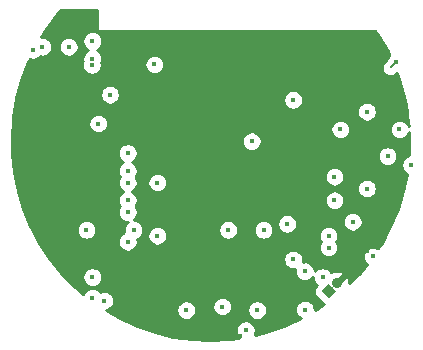
<source format=gbr>
%TF.GenerationSoftware,KiCad,Pcbnew,(6.0.0-rc1-dev-1546-g786ee0e)*%
%TF.CreationDate,2021-05-18T14:47:40-07:00*%
%TF.ProjectId,MainBoard,4d61696e-426f-4617-9264-2e6b69636164,rev?*%
%TF.SameCoordinates,Original*%
%TF.FileFunction,Copper,L2,Inr*%
%TF.FilePolarity,Positive*%
%FSLAX46Y46*%
G04 Gerber Fmt 4.6, Leading zero omitted, Abs format (unit mm)*
G04 Created by KiCad (PCBNEW (6.0.0-rc1-dev-1546-g786ee0e)) date Tue 18 May 2021 02:47:40 PM PDT*
%MOMM*%
%LPD*%
G04 APERTURE LIST*
%TA.AperFunction,ViaPad*%
%ADD10C,0.850000*%
%TD*%
%TA.AperFunction,Conductor*%
%ADD11C,0.850000*%
%TD*%
%TA.AperFunction,Conductor*%
%ADD12C,0.100000*%
%TD*%
%TA.AperFunction,ViaPad*%
%ADD13C,0.400000*%
%TD*%
%TA.AperFunction,Conductor*%
%ADD14C,0.200000*%
%TD*%
%TA.AperFunction,Conductor*%
%ADD15C,0.254000*%
%TD*%
G04 APERTURE END LIST*
D10*
%TO.N,GND*%
%TO.C,BT1*%
X144207107Y-50500000D03*
D11*
X144207107Y-50500000D02*
X144207107Y-50500000D01*
D10*
%TO.N,Net-(BT1-Pad1)*%
X143500000Y-51207107D03*
D12*
G36*
X144101041Y-51207107D02*
G01*
X143500000Y-51808148D01*
X142898959Y-51207107D01*
X143500000Y-50606066D01*
X144101041Y-51207107D01*
X144101041Y-51207107D01*
G37*
%TD*%
D13*
%TO.N,GND*%
X134200000Y-36600000D03*
X134700000Y-37100000D03*
X133700000Y-36100000D03*
X134700000Y-36600000D03*
X134200000Y-36100000D03*
X134700000Y-36100000D03*
X130900000Y-40400000D03*
X130300000Y-39900000D03*
X130300000Y-40500000D03*
X127500000Y-52000000D03*
X118120000Y-32000000D03*
X118120000Y-45000000D03*
X128000000Y-47000000D03*
X146500000Y-44500000D03*
X146500000Y-38500000D03*
X146500000Y-34500000D03*
X141000000Y-31000000D03*
X126000000Y-30500000D03*
X132000000Y-36500000D03*
X146750000Y-47750000D03*
X131250000Y-55010010D03*
X136000000Y-55010010D03*
X123500000Y-28000000D03*
%TO.N,+3V3*%
X141500000Y-52750000D03*
X141490000Y-49500000D03*
X146750000Y-42500000D03*
X144500000Y-37500000D03*
X146750000Y-36000000D03*
X149250000Y-31750000D03*
X131450000Y-52800000D03*
X123500000Y-51750000D03*
X128750000Y-32000000D03*
X118500000Y-30750000D03*
X150500000Y-40500000D03*
X137450000Y-52800000D03*
%TO.N,SDA*%
X149500000Y-37500000D03*
X136500000Y-54500000D03*
%TO.N,SCL*%
X148500000Y-39750000D03*
X135000000Y-46000000D03*
%TO.N,Net-(R4-Pad1)*%
X129000000Y-42000000D03*
X124000000Y-37000000D03*
%TO.N,Net-(R5-Pad1)*%
X140000000Y-45500000D03*
X134500000Y-52500000D03*
%TO.N,Net-(D2-Pad2)*%
X124500000Y-52000000D03*
%TO.N,Net-(J3-Pad9)*%
X126500000Y-41000000D03*
X123474228Y-32025772D03*
%TO.N,Net-(J3-Pad8)*%
X126500000Y-39500000D03*
X123500000Y-31500000D03*
%TO.N,Net-(J3-Pad7)*%
X126500000Y-44500000D03*
X119250000Y-30500000D03*
%TO.N,Net-(J3-Pad6)*%
X126500000Y-43500000D03*
X121500000Y-30500000D03*
%TO.N,Net-(J3-Pad5)*%
X126500000Y-42000000D03*
X123500000Y-30000000D03*
%TO.N,Net-(IC1-Pad13)*%
X143000000Y-50000000D03*
%TO.N,Net-(R2-Pad2)*%
X144000000Y-43500000D03*
%TO.N,Net-(R2-Pad1)*%
X123000000Y-46000000D03*
X143500000Y-46500000D03*
%TO.N,Net-(R7-Pad1)*%
X143500000Y-47500000D03*
X147250000Y-48250000D03*
%TO.N,Net-(R8-Pad2)*%
X140500000Y-48500000D03*
X123500000Y-50000000D03*
%TO.N,Net-(TP8-Pad1)*%
X140500000Y-35000000D03*
%TO.N,Net-(TP9-Pad1)*%
X137000000Y-38500000D03*
%TO.N,Net-(TP6-Pad1)*%
X138000000Y-46000000D03*
%TO.N,Net-(TP5-Pad1)*%
X129000000Y-46500000D03*
%TO.N,Net-(TP2-Pad1)*%
X126500000Y-47000000D03*
%TO.N,Net-(TP3-Pad1)*%
X127000000Y-46000000D03*
%TO.N,Net-(BZ1-Pad2)*%
X125000000Y-34555000D03*
%TO.N,Net-(BT1-Pad1)*%
X144000000Y-41500000D03*
X145550000Y-45310000D03*
%TD*%
D14*
%TO.N,+3V3*%
X149250000Y-31750000D02*
X148750000Y-32250000D01*
%TD*%
D15*
%TO.N,GND*%
G36*
X123873000Y-29000000D02*
G01*
X123875440Y-29024776D01*
X123882667Y-29048601D01*
X123894403Y-29070557D01*
X123910197Y-29089803D01*
X123929443Y-29105597D01*
X123951399Y-29117333D01*
X123975224Y-29124560D01*
X124000000Y-29127000D01*
X147472725Y-29127000D01*
X147718482Y-29476677D01*
X148504550Y-30854800D01*
X148647572Y-31171560D01*
X148601413Y-31217719D01*
X148510033Y-31354479D01*
X148447089Y-31506440D01*
X148445345Y-31515209D01*
X148204747Y-31755807D01*
X148135914Y-31839681D01*
X148067664Y-31967367D01*
X148025635Y-32105915D01*
X148011444Y-32250000D01*
X148025635Y-32394085D01*
X148067664Y-32532633D01*
X148135914Y-32660319D01*
X148227763Y-32772237D01*
X148339681Y-32864086D01*
X148467367Y-32932336D01*
X148605915Y-32974365D01*
X148750000Y-32988556D01*
X148894085Y-32974365D01*
X149032633Y-32932336D01*
X149160319Y-32864086D01*
X149244193Y-32795253D01*
X149305680Y-32733767D01*
X149671346Y-33801790D01*
X150041717Y-35344499D01*
X150265263Y-36915216D01*
X150278585Y-37197712D01*
X150239967Y-37104479D01*
X150148587Y-36967719D01*
X150032281Y-36851413D01*
X149895521Y-36760033D01*
X149743560Y-36697089D01*
X149582240Y-36665000D01*
X149417760Y-36665000D01*
X149256440Y-36697089D01*
X149104479Y-36760033D01*
X148967719Y-36851413D01*
X148851413Y-36967719D01*
X148760033Y-37104479D01*
X148697089Y-37256440D01*
X148665000Y-37417760D01*
X148665000Y-37582240D01*
X148697089Y-37743560D01*
X148760033Y-37895521D01*
X148851413Y-38032281D01*
X148967719Y-38148587D01*
X149104479Y-38239967D01*
X149256440Y-38302911D01*
X149417760Y-38335000D01*
X149582240Y-38335000D01*
X149743560Y-38302911D01*
X149895521Y-38239967D01*
X150032281Y-38148587D01*
X150148587Y-38032281D01*
X150239967Y-37895521D01*
X150302911Y-37743560D01*
X150304056Y-37737806D01*
X150340000Y-38500000D01*
X150306770Y-39557392D01*
X150292131Y-39689989D01*
X150256440Y-39697089D01*
X150104479Y-39760033D01*
X149967719Y-39851413D01*
X149851413Y-39967719D01*
X149760033Y-40104479D01*
X149697089Y-40256440D01*
X149665000Y-40417760D01*
X149665000Y-40582240D01*
X149697089Y-40743560D01*
X149760033Y-40895521D01*
X149851413Y-41032281D01*
X149967719Y-41148587D01*
X150104479Y-41239967D01*
X150110302Y-41242379D01*
X149810940Y-42687938D01*
X149344432Y-44204347D01*
X148737288Y-45670123D01*
X147994896Y-47072257D01*
X147688477Y-47538735D01*
X147645521Y-47510033D01*
X147493560Y-47447089D01*
X147332240Y-47415000D01*
X147167760Y-47415000D01*
X147006440Y-47447089D01*
X146854479Y-47510033D01*
X146717719Y-47601413D01*
X146601413Y-47717719D01*
X146510033Y-47854479D01*
X146447089Y-48006440D01*
X146415000Y-48167760D01*
X146415000Y-48332240D01*
X146447089Y-48493560D01*
X146510033Y-48645521D01*
X146601413Y-48782281D01*
X146717719Y-48898587D01*
X146721187Y-48900904D01*
X146131870Y-49636492D01*
X145262746Y-50533359D01*
X145260048Y-50377820D01*
X145215980Y-50174749D01*
X145133142Y-49984178D01*
X144928795Y-49957917D01*
X144386712Y-50500000D01*
X144400855Y-50514142D01*
X144355651Y-50559347D01*
X144147761Y-50351457D01*
X144192965Y-50306252D01*
X144207107Y-50320395D01*
X144749190Y-49778312D01*
X144722929Y-49573965D01*
X144532358Y-49491127D01*
X144329287Y-49447059D01*
X144121520Y-49443455D01*
X143917043Y-49480454D01*
X143723713Y-49556633D01*
X143712134Y-49562825D01*
X143648587Y-49467719D01*
X143532281Y-49351413D01*
X143395521Y-49260033D01*
X143243560Y-49197089D01*
X143082240Y-49165000D01*
X142917760Y-49165000D01*
X142756440Y-49197089D01*
X142604479Y-49260033D01*
X142467719Y-49351413D01*
X142351413Y-49467719D01*
X142325000Y-49507249D01*
X142325000Y-49417760D01*
X142292911Y-49256440D01*
X142229967Y-49104479D01*
X142138587Y-48967719D01*
X142022281Y-48851413D01*
X141885521Y-48760033D01*
X141733560Y-48697089D01*
X141572240Y-48665000D01*
X141407760Y-48665000D01*
X141314862Y-48683479D01*
X141335000Y-48582240D01*
X141335000Y-48417760D01*
X141302911Y-48256440D01*
X141239967Y-48104479D01*
X141148587Y-47967719D01*
X141032281Y-47851413D01*
X140895521Y-47760033D01*
X140743560Y-47697089D01*
X140582240Y-47665000D01*
X140417760Y-47665000D01*
X140256440Y-47697089D01*
X140104479Y-47760033D01*
X139967719Y-47851413D01*
X139851413Y-47967719D01*
X139760033Y-48104479D01*
X139697089Y-48256440D01*
X139665000Y-48417760D01*
X139665000Y-48582240D01*
X139697089Y-48743560D01*
X139760033Y-48895521D01*
X139851413Y-49032281D01*
X139967719Y-49148587D01*
X140104479Y-49239967D01*
X140256440Y-49302911D01*
X140417760Y-49335000D01*
X140582240Y-49335000D01*
X140675138Y-49316521D01*
X140655000Y-49417760D01*
X140655000Y-49582240D01*
X140687089Y-49743560D01*
X140750033Y-49895521D01*
X140841413Y-50032281D01*
X140957719Y-50148587D01*
X141094479Y-50239967D01*
X141246440Y-50302911D01*
X141407760Y-50335000D01*
X141572240Y-50335000D01*
X141733560Y-50302911D01*
X141885521Y-50239967D01*
X142022281Y-50148587D01*
X142138587Y-50032281D01*
X142165000Y-49992751D01*
X142165000Y-50082240D01*
X142197089Y-50243560D01*
X142260033Y-50395521D01*
X142351413Y-50532281D01*
X142467719Y-50648587D01*
X142520106Y-50683590D01*
X142447774Y-50755922D01*
X142368422Y-50852613D01*
X142309457Y-50962927D01*
X142273147Y-51082625D01*
X142260887Y-51207107D01*
X142273147Y-51331589D01*
X142309457Y-51451287D01*
X142368422Y-51561601D01*
X142447774Y-51658292D01*
X143048815Y-52259333D01*
X143107776Y-52307721D01*
X142523323Y-52718482D01*
X142335000Y-52825900D01*
X142335000Y-52667760D01*
X142302911Y-52506440D01*
X142239967Y-52354479D01*
X142148587Y-52217719D01*
X142032281Y-52101413D01*
X141895521Y-52010033D01*
X141743560Y-51947089D01*
X141582240Y-51915000D01*
X141417760Y-51915000D01*
X141256440Y-51947089D01*
X141104479Y-52010033D01*
X140967719Y-52101413D01*
X140851413Y-52217719D01*
X140760033Y-52354479D01*
X140697089Y-52506440D01*
X140665000Y-52667760D01*
X140665000Y-52832240D01*
X140697089Y-52993560D01*
X140760033Y-53145521D01*
X140851413Y-53282281D01*
X140967719Y-53398587D01*
X141104479Y-53489967D01*
X141142562Y-53505741D01*
X139699217Y-54157436D01*
X138198210Y-54671346D01*
X137235289Y-54902523D01*
X137239967Y-54895521D01*
X137302911Y-54743560D01*
X137335000Y-54582240D01*
X137335000Y-54417760D01*
X137302911Y-54256440D01*
X137239967Y-54104479D01*
X137148587Y-53967719D01*
X137032281Y-53851413D01*
X136895521Y-53760033D01*
X136743560Y-53697089D01*
X136582240Y-53665000D01*
X136417760Y-53665000D01*
X136256440Y-53697089D01*
X136104479Y-53760033D01*
X135967719Y-53851413D01*
X135851413Y-53967719D01*
X135760033Y-54104479D01*
X135697089Y-54256440D01*
X135665000Y-54417760D01*
X135665000Y-54582240D01*
X135697089Y-54743560D01*
X135760033Y-54895521D01*
X135851413Y-55032281D01*
X135959854Y-55140722D01*
X135084784Y-55265263D01*
X133500000Y-55340000D01*
X131915216Y-55265263D01*
X130344499Y-55041717D01*
X128801790Y-54671346D01*
X127300783Y-54157436D01*
X125854800Y-53504550D01*
X124655431Y-52820441D01*
X124743560Y-52802911D01*
X124895521Y-52739967D01*
X124928756Y-52717760D01*
X130615000Y-52717760D01*
X130615000Y-52882240D01*
X130647089Y-53043560D01*
X130710033Y-53195521D01*
X130801413Y-53332281D01*
X130917719Y-53448587D01*
X131054479Y-53539967D01*
X131206440Y-53602911D01*
X131367760Y-53635000D01*
X131532240Y-53635000D01*
X131693560Y-53602911D01*
X131845521Y-53539967D01*
X131982281Y-53448587D01*
X132098587Y-53332281D01*
X132189967Y-53195521D01*
X132252911Y-53043560D01*
X132285000Y-52882240D01*
X132285000Y-52717760D01*
X132252911Y-52556440D01*
X132195469Y-52417760D01*
X133665000Y-52417760D01*
X133665000Y-52582240D01*
X133697089Y-52743560D01*
X133760033Y-52895521D01*
X133851413Y-53032281D01*
X133967719Y-53148587D01*
X134104479Y-53239967D01*
X134256440Y-53302911D01*
X134417760Y-53335000D01*
X134582240Y-53335000D01*
X134743560Y-53302911D01*
X134895521Y-53239967D01*
X135032281Y-53148587D01*
X135148587Y-53032281D01*
X135239967Y-52895521D01*
X135302911Y-52743560D01*
X135308043Y-52717760D01*
X136615000Y-52717760D01*
X136615000Y-52882240D01*
X136647089Y-53043560D01*
X136710033Y-53195521D01*
X136801413Y-53332281D01*
X136917719Y-53448587D01*
X137054479Y-53539967D01*
X137206440Y-53602911D01*
X137367760Y-53635000D01*
X137532240Y-53635000D01*
X137693560Y-53602911D01*
X137845521Y-53539967D01*
X137982281Y-53448587D01*
X138098587Y-53332281D01*
X138189967Y-53195521D01*
X138252911Y-53043560D01*
X138285000Y-52882240D01*
X138285000Y-52717760D01*
X138252911Y-52556440D01*
X138189967Y-52404479D01*
X138098587Y-52267719D01*
X137982281Y-52151413D01*
X137845521Y-52060033D01*
X137693560Y-51997089D01*
X137532240Y-51965000D01*
X137367760Y-51965000D01*
X137206440Y-51997089D01*
X137054479Y-52060033D01*
X136917719Y-52151413D01*
X136801413Y-52267719D01*
X136710033Y-52404479D01*
X136647089Y-52556440D01*
X136615000Y-52717760D01*
X135308043Y-52717760D01*
X135335000Y-52582240D01*
X135335000Y-52417760D01*
X135302911Y-52256440D01*
X135239967Y-52104479D01*
X135148587Y-51967719D01*
X135032281Y-51851413D01*
X134895521Y-51760033D01*
X134743560Y-51697089D01*
X134582240Y-51665000D01*
X134417760Y-51665000D01*
X134256440Y-51697089D01*
X134104479Y-51760033D01*
X133967719Y-51851413D01*
X133851413Y-51967719D01*
X133760033Y-52104479D01*
X133697089Y-52256440D01*
X133665000Y-52417760D01*
X132195469Y-52417760D01*
X132189967Y-52404479D01*
X132098587Y-52267719D01*
X131982281Y-52151413D01*
X131845521Y-52060033D01*
X131693560Y-51997089D01*
X131532240Y-51965000D01*
X131367760Y-51965000D01*
X131206440Y-51997089D01*
X131054479Y-52060033D01*
X130917719Y-52151413D01*
X130801413Y-52267719D01*
X130710033Y-52404479D01*
X130647089Y-52556440D01*
X130615000Y-52717760D01*
X124928756Y-52717760D01*
X125032281Y-52648587D01*
X125148587Y-52532281D01*
X125239967Y-52395521D01*
X125302911Y-52243560D01*
X125335000Y-52082240D01*
X125335000Y-51917760D01*
X125302911Y-51756440D01*
X125239967Y-51604479D01*
X125148587Y-51467719D01*
X125032281Y-51351413D01*
X124895521Y-51260033D01*
X124743560Y-51197089D01*
X124582240Y-51165000D01*
X124417760Y-51165000D01*
X124256440Y-51197089D01*
X124161170Y-51236551D01*
X124148587Y-51217719D01*
X124032281Y-51101413D01*
X123895521Y-51010033D01*
X123743560Y-50947089D01*
X123582240Y-50915000D01*
X123417760Y-50915000D01*
X123256440Y-50947089D01*
X123104479Y-51010033D01*
X122967719Y-51101413D01*
X122851413Y-51217719D01*
X122760033Y-51354479D01*
X122731210Y-51424064D01*
X121972227Y-50775832D01*
X121140698Y-49917760D01*
X122665000Y-49917760D01*
X122665000Y-50082240D01*
X122697089Y-50243560D01*
X122760033Y-50395521D01*
X122851413Y-50532281D01*
X122967719Y-50648587D01*
X123104479Y-50739967D01*
X123256440Y-50802911D01*
X123417760Y-50835000D01*
X123582240Y-50835000D01*
X123743560Y-50802911D01*
X123895521Y-50739967D01*
X124032281Y-50648587D01*
X124148587Y-50532281D01*
X124239967Y-50395521D01*
X124302911Y-50243560D01*
X124335000Y-50082240D01*
X124335000Y-49917760D01*
X124302911Y-49756440D01*
X124239967Y-49604479D01*
X124148587Y-49467719D01*
X124032281Y-49351413D01*
X123895521Y-49260033D01*
X123743560Y-49197089D01*
X123582240Y-49165000D01*
X123417760Y-49165000D01*
X123256440Y-49197089D01*
X123104479Y-49260033D01*
X122967719Y-49351413D01*
X122851413Y-49467719D01*
X122760033Y-49604479D01*
X122697089Y-49756440D01*
X122665000Y-49917760D01*
X121140698Y-49917760D01*
X120868130Y-49636492D01*
X119876154Y-48398304D01*
X119005104Y-47072257D01*
X118393830Y-45917760D01*
X122165000Y-45917760D01*
X122165000Y-46082240D01*
X122197089Y-46243560D01*
X122260033Y-46395521D01*
X122351413Y-46532281D01*
X122467719Y-46648587D01*
X122604479Y-46739967D01*
X122756440Y-46802911D01*
X122917760Y-46835000D01*
X123082240Y-46835000D01*
X123243560Y-46802911D01*
X123395521Y-46739967D01*
X123532281Y-46648587D01*
X123648587Y-46532281D01*
X123739967Y-46395521D01*
X123802911Y-46243560D01*
X123835000Y-46082240D01*
X123835000Y-45917760D01*
X123802911Y-45756440D01*
X123739967Y-45604479D01*
X123648587Y-45467719D01*
X123532281Y-45351413D01*
X123395521Y-45260033D01*
X123243560Y-45197089D01*
X123082240Y-45165000D01*
X122917760Y-45165000D01*
X122756440Y-45197089D01*
X122604479Y-45260033D01*
X122467719Y-45351413D01*
X122351413Y-45467719D01*
X122260033Y-45604479D01*
X122197089Y-45756440D01*
X122165000Y-45917760D01*
X118393830Y-45917760D01*
X118262712Y-45670123D01*
X117655568Y-44204347D01*
X117189060Y-42687938D01*
X116867328Y-41134356D01*
X116693230Y-39557392D01*
X116691037Y-39417760D01*
X125665000Y-39417760D01*
X125665000Y-39582240D01*
X125697089Y-39743560D01*
X125760033Y-39895521D01*
X125851413Y-40032281D01*
X125967719Y-40148587D01*
X126104479Y-40239967D01*
X126128701Y-40250000D01*
X126104479Y-40260033D01*
X125967719Y-40351413D01*
X125851413Y-40467719D01*
X125760033Y-40604479D01*
X125697089Y-40756440D01*
X125665000Y-40917760D01*
X125665000Y-41082240D01*
X125697089Y-41243560D01*
X125760033Y-41395521D01*
X125829844Y-41500000D01*
X125760033Y-41604479D01*
X125697089Y-41756440D01*
X125665000Y-41917760D01*
X125665000Y-42082240D01*
X125697089Y-42243560D01*
X125760033Y-42395521D01*
X125851413Y-42532281D01*
X125967719Y-42648587D01*
X126104479Y-42739967D01*
X126128701Y-42750000D01*
X126104479Y-42760033D01*
X125967719Y-42851413D01*
X125851413Y-42967719D01*
X125760033Y-43104479D01*
X125697089Y-43256440D01*
X125665000Y-43417760D01*
X125665000Y-43582240D01*
X125697089Y-43743560D01*
X125760033Y-43895521D01*
X125829844Y-44000000D01*
X125760033Y-44104479D01*
X125697089Y-44256440D01*
X125665000Y-44417760D01*
X125665000Y-44582240D01*
X125697089Y-44743560D01*
X125760033Y-44895521D01*
X125851413Y-45032281D01*
X125967719Y-45148587D01*
X126104479Y-45239967D01*
X126256440Y-45302911D01*
X126417760Y-45335000D01*
X126492283Y-45335000D01*
X126467719Y-45351413D01*
X126351413Y-45467719D01*
X126260033Y-45604479D01*
X126197089Y-45756440D01*
X126165000Y-45917760D01*
X126165000Y-46082240D01*
X126193067Y-46223339D01*
X126104479Y-46260033D01*
X125967719Y-46351413D01*
X125851413Y-46467719D01*
X125760033Y-46604479D01*
X125697089Y-46756440D01*
X125665000Y-46917760D01*
X125665000Y-47082240D01*
X125697089Y-47243560D01*
X125760033Y-47395521D01*
X125851413Y-47532281D01*
X125967719Y-47648587D01*
X126104479Y-47739967D01*
X126256440Y-47802911D01*
X126417760Y-47835000D01*
X126582240Y-47835000D01*
X126743560Y-47802911D01*
X126895521Y-47739967D01*
X127032281Y-47648587D01*
X127148587Y-47532281D01*
X127239967Y-47395521D01*
X127302911Y-47243560D01*
X127335000Y-47082240D01*
X127335000Y-46917760D01*
X127306933Y-46776661D01*
X127395521Y-46739967D01*
X127532281Y-46648587D01*
X127648587Y-46532281D01*
X127725107Y-46417760D01*
X128165000Y-46417760D01*
X128165000Y-46582240D01*
X128197089Y-46743560D01*
X128260033Y-46895521D01*
X128351413Y-47032281D01*
X128467719Y-47148587D01*
X128604479Y-47239967D01*
X128756440Y-47302911D01*
X128917760Y-47335000D01*
X129082240Y-47335000D01*
X129243560Y-47302911D01*
X129395521Y-47239967D01*
X129532281Y-47148587D01*
X129648587Y-47032281D01*
X129739967Y-46895521D01*
X129802911Y-46743560D01*
X129835000Y-46582240D01*
X129835000Y-46417760D01*
X129802911Y-46256440D01*
X129739967Y-46104479D01*
X129648587Y-45967719D01*
X129598628Y-45917760D01*
X134165000Y-45917760D01*
X134165000Y-46082240D01*
X134197089Y-46243560D01*
X134260033Y-46395521D01*
X134351413Y-46532281D01*
X134467719Y-46648587D01*
X134604479Y-46739967D01*
X134756440Y-46802911D01*
X134917760Y-46835000D01*
X135082240Y-46835000D01*
X135243560Y-46802911D01*
X135395521Y-46739967D01*
X135532281Y-46648587D01*
X135648587Y-46532281D01*
X135739967Y-46395521D01*
X135802911Y-46243560D01*
X135835000Y-46082240D01*
X135835000Y-45917760D01*
X137165000Y-45917760D01*
X137165000Y-46082240D01*
X137197089Y-46243560D01*
X137260033Y-46395521D01*
X137351413Y-46532281D01*
X137467719Y-46648587D01*
X137604479Y-46739967D01*
X137756440Y-46802911D01*
X137917760Y-46835000D01*
X138082240Y-46835000D01*
X138243560Y-46802911D01*
X138395521Y-46739967D01*
X138532281Y-46648587D01*
X138648587Y-46532281D01*
X138725107Y-46417760D01*
X142665000Y-46417760D01*
X142665000Y-46582240D01*
X142697089Y-46743560D01*
X142760033Y-46895521D01*
X142829844Y-47000000D01*
X142760033Y-47104479D01*
X142697089Y-47256440D01*
X142665000Y-47417760D01*
X142665000Y-47582240D01*
X142697089Y-47743560D01*
X142760033Y-47895521D01*
X142851413Y-48032281D01*
X142967719Y-48148587D01*
X143104479Y-48239967D01*
X143256440Y-48302911D01*
X143417760Y-48335000D01*
X143582240Y-48335000D01*
X143743560Y-48302911D01*
X143895521Y-48239967D01*
X144032281Y-48148587D01*
X144148587Y-48032281D01*
X144239967Y-47895521D01*
X144302911Y-47743560D01*
X144335000Y-47582240D01*
X144335000Y-47417760D01*
X144302911Y-47256440D01*
X144239967Y-47104479D01*
X144170156Y-47000000D01*
X144239967Y-46895521D01*
X144302911Y-46743560D01*
X144335000Y-46582240D01*
X144335000Y-46417760D01*
X144302911Y-46256440D01*
X144239967Y-46104479D01*
X144148587Y-45967719D01*
X144032281Y-45851413D01*
X143895521Y-45760033D01*
X143743560Y-45697089D01*
X143582240Y-45665000D01*
X143417760Y-45665000D01*
X143256440Y-45697089D01*
X143104479Y-45760033D01*
X142967719Y-45851413D01*
X142851413Y-45967719D01*
X142760033Y-46104479D01*
X142697089Y-46256440D01*
X142665000Y-46417760D01*
X138725107Y-46417760D01*
X138739967Y-46395521D01*
X138802911Y-46243560D01*
X138835000Y-46082240D01*
X138835000Y-45917760D01*
X138802911Y-45756440D01*
X138739967Y-45604479D01*
X138648587Y-45467719D01*
X138598628Y-45417760D01*
X139165000Y-45417760D01*
X139165000Y-45582240D01*
X139197089Y-45743560D01*
X139260033Y-45895521D01*
X139351413Y-46032281D01*
X139467719Y-46148587D01*
X139604479Y-46239967D01*
X139756440Y-46302911D01*
X139917760Y-46335000D01*
X140082240Y-46335000D01*
X140243560Y-46302911D01*
X140395521Y-46239967D01*
X140532281Y-46148587D01*
X140648587Y-46032281D01*
X140739967Y-45895521D01*
X140802911Y-45743560D01*
X140835000Y-45582240D01*
X140835000Y-45417760D01*
X140802911Y-45256440D01*
X140791032Y-45227760D01*
X144715000Y-45227760D01*
X144715000Y-45392240D01*
X144747089Y-45553560D01*
X144810033Y-45705521D01*
X144901413Y-45842281D01*
X145017719Y-45958587D01*
X145154479Y-46049967D01*
X145306440Y-46112911D01*
X145467760Y-46145000D01*
X145632240Y-46145000D01*
X145793560Y-46112911D01*
X145945521Y-46049967D01*
X146082281Y-45958587D01*
X146198587Y-45842281D01*
X146289967Y-45705521D01*
X146352911Y-45553560D01*
X146385000Y-45392240D01*
X146385000Y-45227760D01*
X146352911Y-45066440D01*
X146289967Y-44914479D01*
X146198587Y-44777719D01*
X146082281Y-44661413D01*
X145945521Y-44570033D01*
X145793560Y-44507089D01*
X145632240Y-44475000D01*
X145467760Y-44475000D01*
X145306440Y-44507089D01*
X145154479Y-44570033D01*
X145017719Y-44661413D01*
X144901413Y-44777719D01*
X144810033Y-44914479D01*
X144747089Y-45066440D01*
X144715000Y-45227760D01*
X140791032Y-45227760D01*
X140739967Y-45104479D01*
X140648587Y-44967719D01*
X140532281Y-44851413D01*
X140395521Y-44760033D01*
X140243560Y-44697089D01*
X140082240Y-44665000D01*
X139917760Y-44665000D01*
X139756440Y-44697089D01*
X139604479Y-44760033D01*
X139467719Y-44851413D01*
X139351413Y-44967719D01*
X139260033Y-45104479D01*
X139197089Y-45256440D01*
X139165000Y-45417760D01*
X138598628Y-45417760D01*
X138532281Y-45351413D01*
X138395521Y-45260033D01*
X138243560Y-45197089D01*
X138082240Y-45165000D01*
X137917760Y-45165000D01*
X137756440Y-45197089D01*
X137604479Y-45260033D01*
X137467719Y-45351413D01*
X137351413Y-45467719D01*
X137260033Y-45604479D01*
X137197089Y-45756440D01*
X137165000Y-45917760D01*
X135835000Y-45917760D01*
X135802911Y-45756440D01*
X135739967Y-45604479D01*
X135648587Y-45467719D01*
X135532281Y-45351413D01*
X135395521Y-45260033D01*
X135243560Y-45197089D01*
X135082240Y-45165000D01*
X134917760Y-45165000D01*
X134756440Y-45197089D01*
X134604479Y-45260033D01*
X134467719Y-45351413D01*
X134351413Y-45467719D01*
X134260033Y-45604479D01*
X134197089Y-45756440D01*
X134165000Y-45917760D01*
X129598628Y-45917760D01*
X129532281Y-45851413D01*
X129395521Y-45760033D01*
X129243560Y-45697089D01*
X129082240Y-45665000D01*
X128917760Y-45665000D01*
X128756440Y-45697089D01*
X128604479Y-45760033D01*
X128467719Y-45851413D01*
X128351413Y-45967719D01*
X128260033Y-46104479D01*
X128197089Y-46256440D01*
X128165000Y-46417760D01*
X127725107Y-46417760D01*
X127739967Y-46395521D01*
X127802911Y-46243560D01*
X127835000Y-46082240D01*
X127835000Y-45917760D01*
X127802911Y-45756440D01*
X127739967Y-45604479D01*
X127648587Y-45467719D01*
X127532281Y-45351413D01*
X127395521Y-45260033D01*
X127243560Y-45197089D01*
X127082240Y-45165000D01*
X127007717Y-45165000D01*
X127032281Y-45148587D01*
X127148587Y-45032281D01*
X127239967Y-44895521D01*
X127302911Y-44743560D01*
X127335000Y-44582240D01*
X127335000Y-44417760D01*
X127302911Y-44256440D01*
X127239967Y-44104479D01*
X127170156Y-44000000D01*
X127239967Y-43895521D01*
X127302911Y-43743560D01*
X127335000Y-43582240D01*
X127335000Y-43417760D01*
X143165000Y-43417760D01*
X143165000Y-43582240D01*
X143197089Y-43743560D01*
X143260033Y-43895521D01*
X143351413Y-44032281D01*
X143467719Y-44148587D01*
X143604479Y-44239967D01*
X143756440Y-44302911D01*
X143917760Y-44335000D01*
X144082240Y-44335000D01*
X144243560Y-44302911D01*
X144395521Y-44239967D01*
X144532281Y-44148587D01*
X144648587Y-44032281D01*
X144739967Y-43895521D01*
X144802911Y-43743560D01*
X144835000Y-43582240D01*
X144835000Y-43417760D01*
X144802911Y-43256440D01*
X144739967Y-43104479D01*
X144648587Y-42967719D01*
X144532281Y-42851413D01*
X144395521Y-42760033D01*
X144243560Y-42697089D01*
X144082240Y-42665000D01*
X143917760Y-42665000D01*
X143756440Y-42697089D01*
X143604479Y-42760033D01*
X143467719Y-42851413D01*
X143351413Y-42967719D01*
X143260033Y-43104479D01*
X143197089Y-43256440D01*
X143165000Y-43417760D01*
X127335000Y-43417760D01*
X127302911Y-43256440D01*
X127239967Y-43104479D01*
X127148587Y-42967719D01*
X127032281Y-42851413D01*
X126895521Y-42760033D01*
X126871299Y-42750000D01*
X126895521Y-42739967D01*
X127032281Y-42648587D01*
X127148587Y-42532281D01*
X127239967Y-42395521D01*
X127302911Y-42243560D01*
X127335000Y-42082240D01*
X127335000Y-41917760D01*
X128165000Y-41917760D01*
X128165000Y-42082240D01*
X128197089Y-42243560D01*
X128260033Y-42395521D01*
X128351413Y-42532281D01*
X128467719Y-42648587D01*
X128604479Y-42739967D01*
X128756440Y-42802911D01*
X128917760Y-42835000D01*
X129082240Y-42835000D01*
X129243560Y-42802911D01*
X129395521Y-42739967D01*
X129532281Y-42648587D01*
X129648587Y-42532281D01*
X129725107Y-42417760D01*
X145915000Y-42417760D01*
X145915000Y-42582240D01*
X145947089Y-42743560D01*
X146010033Y-42895521D01*
X146101413Y-43032281D01*
X146217719Y-43148587D01*
X146354479Y-43239967D01*
X146506440Y-43302911D01*
X146667760Y-43335000D01*
X146832240Y-43335000D01*
X146993560Y-43302911D01*
X147145521Y-43239967D01*
X147282281Y-43148587D01*
X147398587Y-43032281D01*
X147489967Y-42895521D01*
X147552911Y-42743560D01*
X147585000Y-42582240D01*
X147585000Y-42417760D01*
X147552911Y-42256440D01*
X147489967Y-42104479D01*
X147398587Y-41967719D01*
X147282281Y-41851413D01*
X147145521Y-41760033D01*
X146993560Y-41697089D01*
X146832240Y-41665000D01*
X146667760Y-41665000D01*
X146506440Y-41697089D01*
X146354479Y-41760033D01*
X146217719Y-41851413D01*
X146101413Y-41967719D01*
X146010033Y-42104479D01*
X145947089Y-42256440D01*
X145915000Y-42417760D01*
X129725107Y-42417760D01*
X129739967Y-42395521D01*
X129802911Y-42243560D01*
X129835000Y-42082240D01*
X129835000Y-41917760D01*
X129802911Y-41756440D01*
X129739967Y-41604479D01*
X129648587Y-41467719D01*
X129598628Y-41417760D01*
X143165000Y-41417760D01*
X143165000Y-41582240D01*
X143197089Y-41743560D01*
X143260033Y-41895521D01*
X143351413Y-42032281D01*
X143467719Y-42148587D01*
X143604479Y-42239967D01*
X143756440Y-42302911D01*
X143917760Y-42335000D01*
X144082240Y-42335000D01*
X144243560Y-42302911D01*
X144395521Y-42239967D01*
X144532281Y-42148587D01*
X144648587Y-42032281D01*
X144739967Y-41895521D01*
X144802911Y-41743560D01*
X144835000Y-41582240D01*
X144835000Y-41417760D01*
X144802911Y-41256440D01*
X144739967Y-41104479D01*
X144648587Y-40967719D01*
X144532281Y-40851413D01*
X144395521Y-40760033D01*
X144243560Y-40697089D01*
X144082240Y-40665000D01*
X143917760Y-40665000D01*
X143756440Y-40697089D01*
X143604479Y-40760033D01*
X143467719Y-40851413D01*
X143351413Y-40967719D01*
X143260033Y-41104479D01*
X143197089Y-41256440D01*
X143165000Y-41417760D01*
X129598628Y-41417760D01*
X129532281Y-41351413D01*
X129395521Y-41260033D01*
X129243560Y-41197089D01*
X129082240Y-41165000D01*
X128917760Y-41165000D01*
X128756440Y-41197089D01*
X128604479Y-41260033D01*
X128467719Y-41351413D01*
X128351413Y-41467719D01*
X128260033Y-41604479D01*
X128197089Y-41756440D01*
X128165000Y-41917760D01*
X127335000Y-41917760D01*
X127302911Y-41756440D01*
X127239967Y-41604479D01*
X127170156Y-41500000D01*
X127239967Y-41395521D01*
X127302911Y-41243560D01*
X127335000Y-41082240D01*
X127335000Y-40917760D01*
X127302911Y-40756440D01*
X127239967Y-40604479D01*
X127148587Y-40467719D01*
X127032281Y-40351413D01*
X126895521Y-40260033D01*
X126871299Y-40250000D01*
X126895521Y-40239967D01*
X127032281Y-40148587D01*
X127148587Y-40032281D01*
X127239967Y-39895521D01*
X127302911Y-39743560D01*
X127317988Y-39667760D01*
X147665000Y-39667760D01*
X147665000Y-39832240D01*
X147697089Y-39993560D01*
X147760033Y-40145521D01*
X147851413Y-40282281D01*
X147967719Y-40398587D01*
X148104479Y-40489967D01*
X148256440Y-40552911D01*
X148417760Y-40585000D01*
X148582240Y-40585000D01*
X148743560Y-40552911D01*
X148895521Y-40489967D01*
X149032281Y-40398587D01*
X149148587Y-40282281D01*
X149239967Y-40145521D01*
X149302911Y-39993560D01*
X149335000Y-39832240D01*
X149335000Y-39667760D01*
X149302911Y-39506440D01*
X149239967Y-39354479D01*
X149148587Y-39217719D01*
X149032281Y-39101413D01*
X148895521Y-39010033D01*
X148743560Y-38947089D01*
X148582240Y-38915000D01*
X148417760Y-38915000D01*
X148256440Y-38947089D01*
X148104479Y-39010033D01*
X147967719Y-39101413D01*
X147851413Y-39217719D01*
X147760033Y-39354479D01*
X147697089Y-39506440D01*
X147665000Y-39667760D01*
X127317988Y-39667760D01*
X127335000Y-39582240D01*
X127335000Y-39417760D01*
X127302911Y-39256440D01*
X127239967Y-39104479D01*
X127148587Y-38967719D01*
X127032281Y-38851413D01*
X126895521Y-38760033D01*
X126743560Y-38697089D01*
X126582240Y-38665000D01*
X126417760Y-38665000D01*
X126256440Y-38697089D01*
X126104479Y-38760033D01*
X125967719Y-38851413D01*
X125851413Y-38967719D01*
X125760033Y-39104479D01*
X125697089Y-39256440D01*
X125665000Y-39417760D01*
X116691037Y-39417760D01*
X116675328Y-38417760D01*
X136165000Y-38417760D01*
X136165000Y-38582240D01*
X136197089Y-38743560D01*
X136260033Y-38895521D01*
X136351413Y-39032281D01*
X136467719Y-39148587D01*
X136604479Y-39239967D01*
X136756440Y-39302911D01*
X136917760Y-39335000D01*
X137082240Y-39335000D01*
X137243560Y-39302911D01*
X137395521Y-39239967D01*
X137532281Y-39148587D01*
X137648587Y-39032281D01*
X137739967Y-38895521D01*
X137802911Y-38743560D01*
X137835000Y-38582240D01*
X137835000Y-38417760D01*
X137802911Y-38256440D01*
X137739967Y-38104479D01*
X137648587Y-37967719D01*
X137532281Y-37851413D01*
X137395521Y-37760033D01*
X137243560Y-37697089D01*
X137082240Y-37665000D01*
X136917760Y-37665000D01*
X136756440Y-37697089D01*
X136604479Y-37760033D01*
X136467719Y-37851413D01*
X136351413Y-37967719D01*
X136260033Y-38104479D01*
X136197089Y-38256440D01*
X136165000Y-38417760D01*
X116675328Y-38417760D01*
X116668310Y-37971043D01*
X116751204Y-36917760D01*
X123165000Y-36917760D01*
X123165000Y-37082240D01*
X123197089Y-37243560D01*
X123260033Y-37395521D01*
X123351413Y-37532281D01*
X123467719Y-37648587D01*
X123604479Y-37739967D01*
X123756440Y-37802911D01*
X123917760Y-37835000D01*
X124082240Y-37835000D01*
X124243560Y-37802911D01*
X124395521Y-37739967D01*
X124532281Y-37648587D01*
X124648587Y-37532281D01*
X124725107Y-37417760D01*
X143665000Y-37417760D01*
X143665000Y-37582240D01*
X143697089Y-37743560D01*
X143760033Y-37895521D01*
X143851413Y-38032281D01*
X143967719Y-38148587D01*
X144104479Y-38239967D01*
X144256440Y-38302911D01*
X144417760Y-38335000D01*
X144582240Y-38335000D01*
X144743560Y-38302911D01*
X144895521Y-38239967D01*
X145032281Y-38148587D01*
X145148587Y-38032281D01*
X145239967Y-37895521D01*
X145302911Y-37743560D01*
X145335000Y-37582240D01*
X145335000Y-37417760D01*
X145302911Y-37256440D01*
X145239967Y-37104479D01*
X145148587Y-36967719D01*
X145032281Y-36851413D01*
X144895521Y-36760033D01*
X144743560Y-36697089D01*
X144582240Y-36665000D01*
X144417760Y-36665000D01*
X144256440Y-36697089D01*
X144104479Y-36760033D01*
X143967719Y-36851413D01*
X143851413Y-36967719D01*
X143760033Y-37104479D01*
X143697089Y-37256440D01*
X143665000Y-37417760D01*
X124725107Y-37417760D01*
X124739967Y-37395521D01*
X124802911Y-37243560D01*
X124835000Y-37082240D01*
X124835000Y-36917760D01*
X124802911Y-36756440D01*
X124739967Y-36604479D01*
X124648587Y-36467719D01*
X124532281Y-36351413D01*
X124395521Y-36260033D01*
X124243560Y-36197089D01*
X124082240Y-36165000D01*
X123917760Y-36165000D01*
X123756440Y-36197089D01*
X123604479Y-36260033D01*
X123467719Y-36351413D01*
X123351413Y-36467719D01*
X123260033Y-36604479D01*
X123197089Y-36756440D01*
X123165000Y-36917760D01*
X116751204Y-36917760D01*
X116792788Y-36389388D01*
X116875100Y-35917760D01*
X145915000Y-35917760D01*
X145915000Y-36082240D01*
X145947089Y-36243560D01*
X146010033Y-36395521D01*
X146101413Y-36532281D01*
X146217719Y-36648587D01*
X146354479Y-36739967D01*
X146506440Y-36802911D01*
X146667760Y-36835000D01*
X146832240Y-36835000D01*
X146993560Y-36802911D01*
X147145521Y-36739967D01*
X147282281Y-36648587D01*
X147398587Y-36532281D01*
X147489967Y-36395521D01*
X147552911Y-36243560D01*
X147585000Y-36082240D01*
X147585000Y-35917760D01*
X147552911Y-35756440D01*
X147489967Y-35604479D01*
X147398587Y-35467719D01*
X147282281Y-35351413D01*
X147145521Y-35260033D01*
X146993560Y-35197089D01*
X146832240Y-35165000D01*
X146667760Y-35165000D01*
X146506440Y-35197089D01*
X146354479Y-35260033D01*
X146217719Y-35351413D01*
X146101413Y-35467719D01*
X146010033Y-35604479D01*
X145947089Y-35756440D01*
X145915000Y-35917760D01*
X116875100Y-35917760D01*
X117065562Y-34826468D01*
X117162325Y-34472760D01*
X124165000Y-34472760D01*
X124165000Y-34637240D01*
X124197089Y-34798560D01*
X124260033Y-34950521D01*
X124351413Y-35087281D01*
X124467719Y-35203587D01*
X124604479Y-35294967D01*
X124756440Y-35357911D01*
X124917760Y-35390000D01*
X125082240Y-35390000D01*
X125243560Y-35357911D01*
X125395521Y-35294967D01*
X125532281Y-35203587D01*
X125648587Y-35087281D01*
X125739967Y-34950521D01*
X125753536Y-34917760D01*
X139665000Y-34917760D01*
X139665000Y-35082240D01*
X139697089Y-35243560D01*
X139760033Y-35395521D01*
X139851413Y-35532281D01*
X139967719Y-35648587D01*
X140104479Y-35739967D01*
X140256440Y-35802911D01*
X140417760Y-35835000D01*
X140582240Y-35835000D01*
X140743560Y-35802911D01*
X140895521Y-35739967D01*
X141032281Y-35648587D01*
X141148587Y-35532281D01*
X141239967Y-35395521D01*
X141302911Y-35243560D01*
X141335000Y-35082240D01*
X141335000Y-34917760D01*
X141302911Y-34756440D01*
X141239967Y-34604479D01*
X141148587Y-34467719D01*
X141032281Y-34351413D01*
X140895521Y-34260033D01*
X140743560Y-34197089D01*
X140582240Y-34165000D01*
X140417760Y-34165000D01*
X140256440Y-34197089D01*
X140104479Y-34260033D01*
X139967719Y-34351413D01*
X139851413Y-34467719D01*
X139760033Y-34604479D01*
X139697089Y-34756440D01*
X139665000Y-34917760D01*
X125753536Y-34917760D01*
X125802911Y-34798560D01*
X125835000Y-34637240D01*
X125835000Y-34472760D01*
X125802911Y-34311440D01*
X125739967Y-34159479D01*
X125648587Y-34022719D01*
X125532281Y-33906413D01*
X125395521Y-33815033D01*
X125243560Y-33752089D01*
X125082240Y-33720000D01*
X124917760Y-33720000D01*
X124756440Y-33752089D01*
X124604479Y-33815033D01*
X124467719Y-33906413D01*
X124351413Y-34022719D01*
X124260033Y-34159479D01*
X124197089Y-34311440D01*
X124165000Y-34472760D01*
X117162325Y-34472760D01*
X117484208Y-33296154D01*
X117995321Y-31943532D01*
X122639228Y-31943532D01*
X122639228Y-32108012D01*
X122671317Y-32269332D01*
X122734261Y-32421293D01*
X122825641Y-32558053D01*
X122941947Y-32674359D01*
X123078707Y-32765739D01*
X123230668Y-32828683D01*
X123391988Y-32860772D01*
X123556468Y-32860772D01*
X123717788Y-32828683D01*
X123869749Y-32765739D01*
X124006509Y-32674359D01*
X124122815Y-32558053D01*
X124214195Y-32421293D01*
X124277139Y-32269332D01*
X124309228Y-32108012D01*
X124309228Y-31943532D01*
X124304102Y-31917760D01*
X127915000Y-31917760D01*
X127915000Y-32082240D01*
X127947089Y-32243560D01*
X128010033Y-32395521D01*
X128101413Y-32532281D01*
X128217719Y-32648587D01*
X128354479Y-32739967D01*
X128506440Y-32802911D01*
X128667760Y-32835000D01*
X128832240Y-32835000D01*
X128993560Y-32802911D01*
X129145521Y-32739967D01*
X129282281Y-32648587D01*
X129398587Y-32532281D01*
X129489967Y-32395521D01*
X129552911Y-32243560D01*
X129585000Y-32082240D01*
X129585000Y-31917760D01*
X129552911Y-31756440D01*
X129489967Y-31604479D01*
X129398587Y-31467719D01*
X129282281Y-31351413D01*
X129145521Y-31260033D01*
X128993560Y-31197089D01*
X128832240Y-31165000D01*
X128667760Y-31165000D01*
X128506440Y-31197089D01*
X128354479Y-31260033D01*
X128217719Y-31351413D01*
X128101413Y-31467719D01*
X128010033Y-31604479D01*
X127947089Y-31756440D01*
X127915000Y-31917760D01*
X124304102Y-31917760D01*
X124280306Y-31798133D01*
X124302911Y-31743560D01*
X124335000Y-31582240D01*
X124335000Y-31417760D01*
X124302911Y-31256440D01*
X124239967Y-31104479D01*
X124148587Y-30967719D01*
X124032281Y-30851413D01*
X123895521Y-30760033D01*
X123871299Y-30750000D01*
X123895521Y-30739967D01*
X124032281Y-30648587D01*
X124148587Y-30532281D01*
X124239967Y-30395521D01*
X124302911Y-30243560D01*
X124335000Y-30082240D01*
X124335000Y-29917760D01*
X124302911Y-29756440D01*
X124239967Y-29604479D01*
X124148587Y-29467719D01*
X124032281Y-29351413D01*
X123895521Y-29260033D01*
X123743560Y-29197089D01*
X123582240Y-29165000D01*
X123417760Y-29165000D01*
X123256440Y-29197089D01*
X123104479Y-29260033D01*
X122967719Y-29351413D01*
X122851413Y-29467719D01*
X122760033Y-29604479D01*
X122697089Y-29756440D01*
X122665000Y-29917760D01*
X122665000Y-30082240D01*
X122697089Y-30243560D01*
X122760033Y-30395521D01*
X122851413Y-30532281D01*
X122967719Y-30648587D01*
X123104479Y-30739967D01*
X123128701Y-30750000D01*
X123104479Y-30760033D01*
X122967719Y-30851413D01*
X122851413Y-30967719D01*
X122760033Y-31104479D01*
X122697089Y-31256440D01*
X122665000Y-31417760D01*
X122665000Y-31582240D01*
X122693922Y-31727639D01*
X122671317Y-31782212D01*
X122639228Y-31943532D01*
X117995321Y-31943532D01*
X118045012Y-31812030D01*
X118186205Y-31523819D01*
X118256440Y-31552911D01*
X118417760Y-31585000D01*
X118582240Y-31585000D01*
X118743560Y-31552911D01*
X118895521Y-31489967D01*
X119032281Y-31398587D01*
X119107796Y-31323072D01*
X119167760Y-31335000D01*
X119332240Y-31335000D01*
X119493560Y-31302911D01*
X119645521Y-31239967D01*
X119782281Y-31148587D01*
X119898587Y-31032281D01*
X119989967Y-30895521D01*
X120052911Y-30743560D01*
X120085000Y-30582240D01*
X120085000Y-30417760D01*
X120665000Y-30417760D01*
X120665000Y-30582240D01*
X120697089Y-30743560D01*
X120760033Y-30895521D01*
X120851413Y-31032281D01*
X120967719Y-31148587D01*
X121104479Y-31239967D01*
X121256440Y-31302911D01*
X121417760Y-31335000D01*
X121582240Y-31335000D01*
X121743560Y-31302911D01*
X121895521Y-31239967D01*
X122032281Y-31148587D01*
X122148587Y-31032281D01*
X122239967Y-30895521D01*
X122302911Y-30743560D01*
X122335000Y-30582240D01*
X122335000Y-30417760D01*
X122302911Y-30256440D01*
X122239967Y-30104479D01*
X122148587Y-29967719D01*
X122032281Y-29851413D01*
X121895521Y-29760033D01*
X121743560Y-29697089D01*
X121582240Y-29665000D01*
X121417760Y-29665000D01*
X121256440Y-29697089D01*
X121104479Y-29760033D01*
X120967719Y-29851413D01*
X120851413Y-29967719D01*
X120760033Y-30104479D01*
X120697089Y-30256440D01*
X120665000Y-30417760D01*
X120085000Y-30417760D01*
X120052911Y-30256440D01*
X119989967Y-30104479D01*
X119898587Y-29967719D01*
X119782281Y-29851413D01*
X119645521Y-29760033D01*
X119493560Y-29697089D01*
X119332240Y-29665000D01*
X119185602Y-29665000D01*
X119571963Y-29034516D01*
X120524557Y-27765780D01*
X120878320Y-27377000D01*
X123873000Y-27377000D01*
X123873000Y-29000000D01*
X123873000Y-29000000D01*
G37*
X123873000Y-29000000D02*
X123875440Y-29024776D01*
X123882667Y-29048601D01*
X123894403Y-29070557D01*
X123910197Y-29089803D01*
X123929443Y-29105597D01*
X123951399Y-29117333D01*
X123975224Y-29124560D01*
X124000000Y-29127000D01*
X147472725Y-29127000D01*
X147718482Y-29476677D01*
X148504550Y-30854800D01*
X148647572Y-31171560D01*
X148601413Y-31217719D01*
X148510033Y-31354479D01*
X148447089Y-31506440D01*
X148445345Y-31515209D01*
X148204747Y-31755807D01*
X148135914Y-31839681D01*
X148067664Y-31967367D01*
X148025635Y-32105915D01*
X148011444Y-32250000D01*
X148025635Y-32394085D01*
X148067664Y-32532633D01*
X148135914Y-32660319D01*
X148227763Y-32772237D01*
X148339681Y-32864086D01*
X148467367Y-32932336D01*
X148605915Y-32974365D01*
X148750000Y-32988556D01*
X148894085Y-32974365D01*
X149032633Y-32932336D01*
X149160319Y-32864086D01*
X149244193Y-32795253D01*
X149305680Y-32733767D01*
X149671346Y-33801790D01*
X150041717Y-35344499D01*
X150265263Y-36915216D01*
X150278585Y-37197712D01*
X150239967Y-37104479D01*
X150148587Y-36967719D01*
X150032281Y-36851413D01*
X149895521Y-36760033D01*
X149743560Y-36697089D01*
X149582240Y-36665000D01*
X149417760Y-36665000D01*
X149256440Y-36697089D01*
X149104479Y-36760033D01*
X148967719Y-36851413D01*
X148851413Y-36967719D01*
X148760033Y-37104479D01*
X148697089Y-37256440D01*
X148665000Y-37417760D01*
X148665000Y-37582240D01*
X148697089Y-37743560D01*
X148760033Y-37895521D01*
X148851413Y-38032281D01*
X148967719Y-38148587D01*
X149104479Y-38239967D01*
X149256440Y-38302911D01*
X149417760Y-38335000D01*
X149582240Y-38335000D01*
X149743560Y-38302911D01*
X149895521Y-38239967D01*
X150032281Y-38148587D01*
X150148587Y-38032281D01*
X150239967Y-37895521D01*
X150302911Y-37743560D01*
X150304056Y-37737806D01*
X150340000Y-38500000D01*
X150306770Y-39557392D01*
X150292131Y-39689989D01*
X150256440Y-39697089D01*
X150104479Y-39760033D01*
X149967719Y-39851413D01*
X149851413Y-39967719D01*
X149760033Y-40104479D01*
X149697089Y-40256440D01*
X149665000Y-40417760D01*
X149665000Y-40582240D01*
X149697089Y-40743560D01*
X149760033Y-40895521D01*
X149851413Y-41032281D01*
X149967719Y-41148587D01*
X150104479Y-41239967D01*
X150110302Y-41242379D01*
X149810940Y-42687938D01*
X149344432Y-44204347D01*
X148737288Y-45670123D01*
X147994896Y-47072257D01*
X147688477Y-47538735D01*
X147645521Y-47510033D01*
X147493560Y-47447089D01*
X147332240Y-47415000D01*
X147167760Y-47415000D01*
X147006440Y-47447089D01*
X146854479Y-47510033D01*
X146717719Y-47601413D01*
X146601413Y-47717719D01*
X146510033Y-47854479D01*
X146447089Y-48006440D01*
X146415000Y-48167760D01*
X146415000Y-48332240D01*
X146447089Y-48493560D01*
X146510033Y-48645521D01*
X146601413Y-48782281D01*
X146717719Y-48898587D01*
X146721187Y-48900904D01*
X146131870Y-49636492D01*
X145262746Y-50533359D01*
X145260048Y-50377820D01*
X145215980Y-50174749D01*
X145133142Y-49984178D01*
X144928795Y-49957917D01*
X144386712Y-50500000D01*
X144400855Y-50514142D01*
X144355651Y-50559347D01*
X144147761Y-50351457D01*
X144192965Y-50306252D01*
X144207107Y-50320395D01*
X144749190Y-49778312D01*
X144722929Y-49573965D01*
X144532358Y-49491127D01*
X144329287Y-49447059D01*
X144121520Y-49443455D01*
X143917043Y-49480454D01*
X143723713Y-49556633D01*
X143712134Y-49562825D01*
X143648587Y-49467719D01*
X143532281Y-49351413D01*
X143395521Y-49260033D01*
X143243560Y-49197089D01*
X143082240Y-49165000D01*
X142917760Y-49165000D01*
X142756440Y-49197089D01*
X142604479Y-49260033D01*
X142467719Y-49351413D01*
X142351413Y-49467719D01*
X142325000Y-49507249D01*
X142325000Y-49417760D01*
X142292911Y-49256440D01*
X142229967Y-49104479D01*
X142138587Y-48967719D01*
X142022281Y-48851413D01*
X141885521Y-48760033D01*
X141733560Y-48697089D01*
X141572240Y-48665000D01*
X141407760Y-48665000D01*
X141314862Y-48683479D01*
X141335000Y-48582240D01*
X141335000Y-48417760D01*
X141302911Y-48256440D01*
X141239967Y-48104479D01*
X141148587Y-47967719D01*
X141032281Y-47851413D01*
X140895521Y-47760033D01*
X140743560Y-47697089D01*
X140582240Y-47665000D01*
X140417760Y-47665000D01*
X140256440Y-47697089D01*
X140104479Y-47760033D01*
X139967719Y-47851413D01*
X139851413Y-47967719D01*
X139760033Y-48104479D01*
X139697089Y-48256440D01*
X139665000Y-48417760D01*
X139665000Y-48582240D01*
X139697089Y-48743560D01*
X139760033Y-48895521D01*
X139851413Y-49032281D01*
X139967719Y-49148587D01*
X140104479Y-49239967D01*
X140256440Y-49302911D01*
X140417760Y-49335000D01*
X140582240Y-49335000D01*
X140675138Y-49316521D01*
X140655000Y-49417760D01*
X140655000Y-49582240D01*
X140687089Y-49743560D01*
X140750033Y-49895521D01*
X140841413Y-50032281D01*
X140957719Y-50148587D01*
X141094479Y-50239967D01*
X141246440Y-50302911D01*
X141407760Y-50335000D01*
X141572240Y-50335000D01*
X141733560Y-50302911D01*
X141885521Y-50239967D01*
X142022281Y-50148587D01*
X142138587Y-50032281D01*
X142165000Y-49992751D01*
X142165000Y-50082240D01*
X142197089Y-50243560D01*
X142260033Y-50395521D01*
X142351413Y-50532281D01*
X142467719Y-50648587D01*
X142520106Y-50683590D01*
X142447774Y-50755922D01*
X142368422Y-50852613D01*
X142309457Y-50962927D01*
X142273147Y-51082625D01*
X142260887Y-51207107D01*
X142273147Y-51331589D01*
X142309457Y-51451287D01*
X142368422Y-51561601D01*
X142447774Y-51658292D01*
X143048815Y-52259333D01*
X143107776Y-52307721D01*
X142523323Y-52718482D01*
X142335000Y-52825900D01*
X142335000Y-52667760D01*
X142302911Y-52506440D01*
X142239967Y-52354479D01*
X142148587Y-52217719D01*
X142032281Y-52101413D01*
X141895521Y-52010033D01*
X141743560Y-51947089D01*
X141582240Y-51915000D01*
X141417760Y-51915000D01*
X141256440Y-51947089D01*
X141104479Y-52010033D01*
X140967719Y-52101413D01*
X140851413Y-52217719D01*
X140760033Y-52354479D01*
X140697089Y-52506440D01*
X140665000Y-52667760D01*
X140665000Y-52832240D01*
X140697089Y-52993560D01*
X140760033Y-53145521D01*
X140851413Y-53282281D01*
X140967719Y-53398587D01*
X141104479Y-53489967D01*
X141142562Y-53505741D01*
X139699217Y-54157436D01*
X138198210Y-54671346D01*
X137235289Y-54902523D01*
X137239967Y-54895521D01*
X137302911Y-54743560D01*
X137335000Y-54582240D01*
X137335000Y-54417760D01*
X137302911Y-54256440D01*
X137239967Y-54104479D01*
X137148587Y-53967719D01*
X137032281Y-53851413D01*
X136895521Y-53760033D01*
X136743560Y-53697089D01*
X136582240Y-53665000D01*
X136417760Y-53665000D01*
X136256440Y-53697089D01*
X136104479Y-53760033D01*
X135967719Y-53851413D01*
X135851413Y-53967719D01*
X135760033Y-54104479D01*
X135697089Y-54256440D01*
X135665000Y-54417760D01*
X135665000Y-54582240D01*
X135697089Y-54743560D01*
X135760033Y-54895521D01*
X135851413Y-55032281D01*
X135959854Y-55140722D01*
X135084784Y-55265263D01*
X133500000Y-55340000D01*
X131915216Y-55265263D01*
X130344499Y-55041717D01*
X128801790Y-54671346D01*
X127300783Y-54157436D01*
X125854800Y-53504550D01*
X124655431Y-52820441D01*
X124743560Y-52802911D01*
X124895521Y-52739967D01*
X124928756Y-52717760D01*
X130615000Y-52717760D01*
X130615000Y-52882240D01*
X130647089Y-53043560D01*
X130710033Y-53195521D01*
X130801413Y-53332281D01*
X130917719Y-53448587D01*
X131054479Y-53539967D01*
X131206440Y-53602911D01*
X131367760Y-53635000D01*
X131532240Y-53635000D01*
X131693560Y-53602911D01*
X131845521Y-53539967D01*
X131982281Y-53448587D01*
X132098587Y-53332281D01*
X132189967Y-53195521D01*
X132252911Y-53043560D01*
X132285000Y-52882240D01*
X132285000Y-52717760D01*
X132252911Y-52556440D01*
X132195469Y-52417760D01*
X133665000Y-52417760D01*
X133665000Y-52582240D01*
X133697089Y-52743560D01*
X133760033Y-52895521D01*
X133851413Y-53032281D01*
X133967719Y-53148587D01*
X134104479Y-53239967D01*
X134256440Y-53302911D01*
X134417760Y-53335000D01*
X134582240Y-53335000D01*
X134743560Y-53302911D01*
X134895521Y-53239967D01*
X135032281Y-53148587D01*
X135148587Y-53032281D01*
X135239967Y-52895521D01*
X135302911Y-52743560D01*
X135308043Y-52717760D01*
X136615000Y-52717760D01*
X136615000Y-52882240D01*
X136647089Y-53043560D01*
X136710033Y-53195521D01*
X136801413Y-53332281D01*
X136917719Y-53448587D01*
X137054479Y-53539967D01*
X137206440Y-53602911D01*
X137367760Y-53635000D01*
X137532240Y-53635000D01*
X137693560Y-53602911D01*
X137845521Y-53539967D01*
X137982281Y-53448587D01*
X138098587Y-53332281D01*
X138189967Y-53195521D01*
X138252911Y-53043560D01*
X138285000Y-52882240D01*
X138285000Y-52717760D01*
X138252911Y-52556440D01*
X138189967Y-52404479D01*
X138098587Y-52267719D01*
X137982281Y-52151413D01*
X137845521Y-52060033D01*
X137693560Y-51997089D01*
X137532240Y-51965000D01*
X137367760Y-51965000D01*
X137206440Y-51997089D01*
X137054479Y-52060033D01*
X136917719Y-52151413D01*
X136801413Y-52267719D01*
X136710033Y-52404479D01*
X136647089Y-52556440D01*
X136615000Y-52717760D01*
X135308043Y-52717760D01*
X135335000Y-52582240D01*
X135335000Y-52417760D01*
X135302911Y-52256440D01*
X135239967Y-52104479D01*
X135148587Y-51967719D01*
X135032281Y-51851413D01*
X134895521Y-51760033D01*
X134743560Y-51697089D01*
X134582240Y-51665000D01*
X134417760Y-51665000D01*
X134256440Y-51697089D01*
X134104479Y-51760033D01*
X133967719Y-51851413D01*
X133851413Y-51967719D01*
X133760033Y-52104479D01*
X133697089Y-52256440D01*
X133665000Y-52417760D01*
X132195469Y-52417760D01*
X132189967Y-52404479D01*
X132098587Y-52267719D01*
X131982281Y-52151413D01*
X131845521Y-52060033D01*
X131693560Y-51997089D01*
X131532240Y-51965000D01*
X131367760Y-51965000D01*
X131206440Y-51997089D01*
X131054479Y-52060033D01*
X130917719Y-52151413D01*
X130801413Y-52267719D01*
X130710033Y-52404479D01*
X130647089Y-52556440D01*
X130615000Y-52717760D01*
X124928756Y-52717760D01*
X125032281Y-52648587D01*
X125148587Y-52532281D01*
X125239967Y-52395521D01*
X125302911Y-52243560D01*
X125335000Y-52082240D01*
X125335000Y-51917760D01*
X125302911Y-51756440D01*
X125239967Y-51604479D01*
X125148587Y-51467719D01*
X125032281Y-51351413D01*
X124895521Y-51260033D01*
X124743560Y-51197089D01*
X124582240Y-51165000D01*
X124417760Y-51165000D01*
X124256440Y-51197089D01*
X124161170Y-51236551D01*
X124148587Y-51217719D01*
X124032281Y-51101413D01*
X123895521Y-51010033D01*
X123743560Y-50947089D01*
X123582240Y-50915000D01*
X123417760Y-50915000D01*
X123256440Y-50947089D01*
X123104479Y-51010033D01*
X122967719Y-51101413D01*
X122851413Y-51217719D01*
X122760033Y-51354479D01*
X122731210Y-51424064D01*
X121972227Y-50775832D01*
X121140698Y-49917760D01*
X122665000Y-49917760D01*
X122665000Y-50082240D01*
X122697089Y-50243560D01*
X122760033Y-50395521D01*
X122851413Y-50532281D01*
X122967719Y-50648587D01*
X123104479Y-50739967D01*
X123256440Y-50802911D01*
X123417760Y-50835000D01*
X123582240Y-50835000D01*
X123743560Y-50802911D01*
X123895521Y-50739967D01*
X124032281Y-50648587D01*
X124148587Y-50532281D01*
X124239967Y-50395521D01*
X124302911Y-50243560D01*
X124335000Y-50082240D01*
X124335000Y-49917760D01*
X124302911Y-49756440D01*
X124239967Y-49604479D01*
X124148587Y-49467719D01*
X124032281Y-49351413D01*
X123895521Y-49260033D01*
X123743560Y-49197089D01*
X123582240Y-49165000D01*
X123417760Y-49165000D01*
X123256440Y-49197089D01*
X123104479Y-49260033D01*
X122967719Y-49351413D01*
X122851413Y-49467719D01*
X122760033Y-49604479D01*
X122697089Y-49756440D01*
X122665000Y-49917760D01*
X121140698Y-49917760D01*
X120868130Y-49636492D01*
X119876154Y-48398304D01*
X119005104Y-47072257D01*
X118393830Y-45917760D01*
X122165000Y-45917760D01*
X122165000Y-46082240D01*
X122197089Y-46243560D01*
X122260033Y-46395521D01*
X122351413Y-46532281D01*
X122467719Y-46648587D01*
X122604479Y-46739967D01*
X122756440Y-46802911D01*
X122917760Y-46835000D01*
X123082240Y-46835000D01*
X123243560Y-46802911D01*
X123395521Y-46739967D01*
X123532281Y-46648587D01*
X123648587Y-46532281D01*
X123739967Y-46395521D01*
X123802911Y-46243560D01*
X123835000Y-46082240D01*
X123835000Y-45917760D01*
X123802911Y-45756440D01*
X123739967Y-45604479D01*
X123648587Y-45467719D01*
X123532281Y-45351413D01*
X123395521Y-45260033D01*
X123243560Y-45197089D01*
X123082240Y-45165000D01*
X122917760Y-45165000D01*
X122756440Y-45197089D01*
X122604479Y-45260033D01*
X122467719Y-45351413D01*
X122351413Y-45467719D01*
X122260033Y-45604479D01*
X122197089Y-45756440D01*
X122165000Y-45917760D01*
X118393830Y-45917760D01*
X118262712Y-45670123D01*
X117655568Y-44204347D01*
X117189060Y-42687938D01*
X116867328Y-41134356D01*
X116693230Y-39557392D01*
X116691037Y-39417760D01*
X125665000Y-39417760D01*
X125665000Y-39582240D01*
X125697089Y-39743560D01*
X125760033Y-39895521D01*
X125851413Y-40032281D01*
X125967719Y-40148587D01*
X126104479Y-40239967D01*
X126128701Y-40250000D01*
X126104479Y-40260033D01*
X125967719Y-40351413D01*
X125851413Y-40467719D01*
X125760033Y-40604479D01*
X125697089Y-40756440D01*
X125665000Y-40917760D01*
X125665000Y-41082240D01*
X125697089Y-41243560D01*
X125760033Y-41395521D01*
X125829844Y-41500000D01*
X125760033Y-41604479D01*
X125697089Y-41756440D01*
X125665000Y-41917760D01*
X125665000Y-42082240D01*
X125697089Y-42243560D01*
X125760033Y-42395521D01*
X125851413Y-42532281D01*
X125967719Y-42648587D01*
X126104479Y-42739967D01*
X126128701Y-42750000D01*
X126104479Y-42760033D01*
X125967719Y-42851413D01*
X125851413Y-42967719D01*
X125760033Y-43104479D01*
X125697089Y-43256440D01*
X125665000Y-43417760D01*
X125665000Y-43582240D01*
X125697089Y-43743560D01*
X125760033Y-43895521D01*
X125829844Y-44000000D01*
X125760033Y-44104479D01*
X125697089Y-44256440D01*
X125665000Y-44417760D01*
X125665000Y-44582240D01*
X125697089Y-44743560D01*
X125760033Y-44895521D01*
X125851413Y-45032281D01*
X125967719Y-45148587D01*
X126104479Y-45239967D01*
X126256440Y-45302911D01*
X126417760Y-45335000D01*
X126492283Y-45335000D01*
X126467719Y-45351413D01*
X126351413Y-45467719D01*
X126260033Y-45604479D01*
X126197089Y-45756440D01*
X126165000Y-45917760D01*
X126165000Y-46082240D01*
X126193067Y-46223339D01*
X126104479Y-46260033D01*
X125967719Y-46351413D01*
X125851413Y-46467719D01*
X125760033Y-46604479D01*
X125697089Y-46756440D01*
X125665000Y-46917760D01*
X125665000Y-47082240D01*
X125697089Y-47243560D01*
X125760033Y-47395521D01*
X125851413Y-47532281D01*
X125967719Y-47648587D01*
X126104479Y-47739967D01*
X126256440Y-47802911D01*
X126417760Y-47835000D01*
X126582240Y-47835000D01*
X126743560Y-47802911D01*
X126895521Y-47739967D01*
X127032281Y-47648587D01*
X127148587Y-47532281D01*
X127239967Y-47395521D01*
X127302911Y-47243560D01*
X127335000Y-47082240D01*
X127335000Y-46917760D01*
X127306933Y-46776661D01*
X127395521Y-46739967D01*
X127532281Y-46648587D01*
X127648587Y-46532281D01*
X127725107Y-46417760D01*
X128165000Y-46417760D01*
X128165000Y-46582240D01*
X128197089Y-46743560D01*
X128260033Y-46895521D01*
X128351413Y-47032281D01*
X128467719Y-47148587D01*
X128604479Y-47239967D01*
X128756440Y-47302911D01*
X128917760Y-47335000D01*
X129082240Y-47335000D01*
X129243560Y-47302911D01*
X129395521Y-47239967D01*
X129532281Y-47148587D01*
X129648587Y-47032281D01*
X129739967Y-46895521D01*
X129802911Y-46743560D01*
X129835000Y-46582240D01*
X129835000Y-46417760D01*
X129802911Y-46256440D01*
X129739967Y-46104479D01*
X129648587Y-45967719D01*
X129598628Y-45917760D01*
X134165000Y-45917760D01*
X134165000Y-46082240D01*
X134197089Y-46243560D01*
X134260033Y-46395521D01*
X134351413Y-46532281D01*
X134467719Y-46648587D01*
X134604479Y-46739967D01*
X134756440Y-46802911D01*
X134917760Y-46835000D01*
X135082240Y-46835000D01*
X135243560Y-46802911D01*
X135395521Y-46739967D01*
X135532281Y-46648587D01*
X135648587Y-46532281D01*
X135739967Y-46395521D01*
X135802911Y-46243560D01*
X135835000Y-46082240D01*
X135835000Y-45917760D01*
X137165000Y-45917760D01*
X137165000Y-46082240D01*
X137197089Y-46243560D01*
X137260033Y-46395521D01*
X137351413Y-46532281D01*
X137467719Y-46648587D01*
X137604479Y-46739967D01*
X137756440Y-46802911D01*
X137917760Y-46835000D01*
X138082240Y-46835000D01*
X138243560Y-46802911D01*
X138395521Y-46739967D01*
X138532281Y-46648587D01*
X138648587Y-46532281D01*
X138725107Y-46417760D01*
X142665000Y-46417760D01*
X142665000Y-46582240D01*
X142697089Y-46743560D01*
X142760033Y-46895521D01*
X142829844Y-47000000D01*
X142760033Y-47104479D01*
X142697089Y-47256440D01*
X142665000Y-47417760D01*
X142665000Y-47582240D01*
X142697089Y-47743560D01*
X142760033Y-47895521D01*
X142851413Y-48032281D01*
X142967719Y-48148587D01*
X143104479Y-48239967D01*
X143256440Y-48302911D01*
X143417760Y-48335000D01*
X143582240Y-48335000D01*
X143743560Y-48302911D01*
X143895521Y-48239967D01*
X144032281Y-48148587D01*
X144148587Y-48032281D01*
X144239967Y-47895521D01*
X144302911Y-47743560D01*
X144335000Y-47582240D01*
X144335000Y-47417760D01*
X144302911Y-47256440D01*
X144239967Y-47104479D01*
X144170156Y-47000000D01*
X144239967Y-46895521D01*
X144302911Y-46743560D01*
X144335000Y-46582240D01*
X144335000Y-46417760D01*
X144302911Y-46256440D01*
X144239967Y-46104479D01*
X144148587Y-45967719D01*
X144032281Y-45851413D01*
X143895521Y-45760033D01*
X143743560Y-45697089D01*
X143582240Y-45665000D01*
X143417760Y-45665000D01*
X143256440Y-45697089D01*
X143104479Y-45760033D01*
X142967719Y-45851413D01*
X142851413Y-45967719D01*
X142760033Y-46104479D01*
X142697089Y-46256440D01*
X142665000Y-46417760D01*
X138725107Y-46417760D01*
X138739967Y-46395521D01*
X138802911Y-46243560D01*
X138835000Y-46082240D01*
X138835000Y-45917760D01*
X138802911Y-45756440D01*
X138739967Y-45604479D01*
X138648587Y-45467719D01*
X138598628Y-45417760D01*
X139165000Y-45417760D01*
X139165000Y-45582240D01*
X139197089Y-45743560D01*
X139260033Y-45895521D01*
X139351413Y-46032281D01*
X139467719Y-46148587D01*
X139604479Y-46239967D01*
X139756440Y-46302911D01*
X139917760Y-46335000D01*
X140082240Y-46335000D01*
X140243560Y-46302911D01*
X140395521Y-46239967D01*
X140532281Y-46148587D01*
X140648587Y-46032281D01*
X140739967Y-45895521D01*
X140802911Y-45743560D01*
X140835000Y-45582240D01*
X140835000Y-45417760D01*
X140802911Y-45256440D01*
X140791032Y-45227760D01*
X144715000Y-45227760D01*
X144715000Y-45392240D01*
X144747089Y-45553560D01*
X144810033Y-45705521D01*
X144901413Y-45842281D01*
X145017719Y-45958587D01*
X145154479Y-46049967D01*
X145306440Y-46112911D01*
X145467760Y-46145000D01*
X145632240Y-46145000D01*
X145793560Y-46112911D01*
X145945521Y-46049967D01*
X146082281Y-45958587D01*
X146198587Y-45842281D01*
X146289967Y-45705521D01*
X146352911Y-45553560D01*
X146385000Y-45392240D01*
X146385000Y-45227760D01*
X146352911Y-45066440D01*
X146289967Y-44914479D01*
X146198587Y-44777719D01*
X146082281Y-44661413D01*
X145945521Y-44570033D01*
X145793560Y-44507089D01*
X145632240Y-44475000D01*
X145467760Y-44475000D01*
X145306440Y-44507089D01*
X145154479Y-44570033D01*
X145017719Y-44661413D01*
X144901413Y-44777719D01*
X144810033Y-44914479D01*
X144747089Y-45066440D01*
X144715000Y-45227760D01*
X140791032Y-45227760D01*
X140739967Y-45104479D01*
X140648587Y-44967719D01*
X140532281Y-44851413D01*
X140395521Y-44760033D01*
X140243560Y-44697089D01*
X140082240Y-44665000D01*
X139917760Y-44665000D01*
X139756440Y-44697089D01*
X139604479Y-44760033D01*
X139467719Y-44851413D01*
X139351413Y-44967719D01*
X139260033Y-45104479D01*
X139197089Y-45256440D01*
X139165000Y-45417760D01*
X138598628Y-45417760D01*
X138532281Y-45351413D01*
X138395521Y-45260033D01*
X138243560Y-45197089D01*
X138082240Y-45165000D01*
X137917760Y-45165000D01*
X137756440Y-45197089D01*
X137604479Y-45260033D01*
X137467719Y-45351413D01*
X137351413Y-45467719D01*
X137260033Y-45604479D01*
X137197089Y-45756440D01*
X137165000Y-45917760D01*
X135835000Y-45917760D01*
X135802911Y-45756440D01*
X135739967Y-45604479D01*
X135648587Y-45467719D01*
X135532281Y-45351413D01*
X135395521Y-45260033D01*
X135243560Y-45197089D01*
X135082240Y-45165000D01*
X134917760Y-45165000D01*
X134756440Y-45197089D01*
X134604479Y-45260033D01*
X134467719Y-45351413D01*
X134351413Y-45467719D01*
X134260033Y-45604479D01*
X134197089Y-45756440D01*
X134165000Y-45917760D01*
X129598628Y-45917760D01*
X129532281Y-45851413D01*
X129395521Y-45760033D01*
X129243560Y-45697089D01*
X129082240Y-45665000D01*
X128917760Y-45665000D01*
X128756440Y-45697089D01*
X128604479Y-45760033D01*
X128467719Y-45851413D01*
X128351413Y-45967719D01*
X128260033Y-46104479D01*
X128197089Y-46256440D01*
X128165000Y-46417760D01*
X127725107Y-46417760D01*
X127739967Y-46395521D01*
X127802911Y-46243560D01*
X127835000Y-46082240D01*
X127835000Y-45917760D01*
X127802911Y-45756440D01*
X127739967Y-45604479D01*
X127648587Y-45467719D01*
X127532281Y-45351413D01*
X127395521Y-45260033D01*
X127243560Y-45197089D01*
X127082240Y-45165000D01*
X127007717Y-45165000D01*
X127032281Y-45148587D01*
X127148587Y-45032281D01*
X127239967Y-44895521D01*
X127302911Y-44743560D01*
X127335000Y-44582240D01*
X127335000Y-44417760D01*
X127302911Y-44256440D01*
X127239967Y-44104479D01*
X127170156Y-44000000D01*
X127239967Y-43895521D01*
X127302911Y-43743560D01*
X127335000Y-43582240D01*
X127335000Y-43417760D01*
X143165000Y-43417760D01*
X143165000Y-43582240D01*
X143197089Y-43743560D01*
X143260033Y-43895521D01*
X143351413Y-44032281D01*
X143467719Y-44148587D01*
X143604479Y-44239967D01*
X143756440Y-44302911D01*
X143917760Y-44335000D01*
X144082240Y-44335000D01*
X144243560Y-44302911D01*
X144395521Y-44239967D01*
X144532281Y-44148587D01*
X144648587Y-44032281D01*
X144739967Y-43895521D01*
X144802911Y-43743560D01*
X144835000Y-43582240D01*
X144835000Y-43417760D01*
X144802911Y-43256440D01*
X144739967Y-43104479D01*
X144648587Y-42967719D01*
X144532281Y-42851413D01*
X144395521Y-42760033D01*
X144243560Y-42697089D01*
X144082240Y-42665000D01*
X143917760Y-42665000D01*
X143756440Y-42697089D01*
X143604479Y-42760033D01*
X143467719Y-42851413D01*
X143351413Y-42967719D01*
X143260033Y-43104479D01*
X143197089Y-43256440D01*
X143165000Y-43417760D01*
X127335000Y-43417760D01*
X127302911Y-43256440D01*
X127239967Y-43104479D01*
X127148587Y-42967719D01*
X127032281Y-42851413D01*
X126895521Y-42760033D01*
X126871299Y-42750000D01*
X126895521Y-42739967D01*
X127032281Y-42648587D01*
X127148587Y-42532281D01*
X127239967Y-42395521D01*
X127302911Y-42243560D01*
X127335000Y-42082240D01*
X127335000Y-41917760D01*
X128165000Y-41917760D01*
X128165000Y-42082240D01*
X128197089Y-42243560D01*
X128260033Y-42395521D01*
X128351413Y-42532281D01*
X128467719Y-42648587D01*
X128604479Y-42739967D01*
X128756440Y-42802911D01*
X128917760Y-42835000D01*
X129082240Y-42835000D01*
X129243560Y-42802911D01*
X129395521Y-42739967D01*
X129532281Y-42648587D01*
X129648587Y-42532281D01*
X129725107Y-42417760D01*
X145915000Y-42417760D01*
X145915000Y-42582240D01*
X145947089Y-42743560D01*
X146010033Y-42895521D01*
X146101413Y-43032281D01*
X146217719Y-43148587D01*
X146354479Y-43239967D01*
X146506440Y-43302911D01*
X146667760Y-43335000D01*
X146832240Y-43335000D01*
X146993560Y-43302911D01*
X147145521Y-43239967D01*
X147282281Y-43148587D01*
X147398587Y-43032281D01*
X147489967Y-42895521D01*
X147552911Y-42743560D01*
X147585000Y-42582240D01*
X147585000Y-42417760D01*
X147552911Y-42256440D01*
X147489967Y-42104479D01*
X147398587Y-41967719D01*
X147282281Y-41851413D01*
X147145521Y-41760033D01*
X146993560Y-41697089D01*
X146832240Y-41665000D01*
X146667760Y-41665000D01*
X146506440Y-41697089D01*
X146354479Y-41760033D01*
X146217719Y-41851413D01*
X146101413Y-41967719D01*
X146010033Y-42104479D01*
X145947089Y-42256440D01*
X145915000Y-42417760D01*
X129725107Y-42417760D01*
X129739967Y-42395521D01*
X129802911Y-42243560D01*
X129835000Y-42082240D01*
X129835000Y-41917760D01*
X129802911Y-41756440D01*
X129739967Y-41604479D01*
X129648587Y-41467719D01*
X129598628Y-41417760D01*
X143165000Y-41417760D01*
X143165000Y-41582240D01*
X143197089Y-41743560D01*
X143260033Y-41895521D01*
X143351413Y-42032281D01*
X143467719Y-42148587D01*
X143604479Y-42239967D01*
X143756440Y-42302911D01*
X143917760Y-42335000D01*
X144082240Y-42335000D01*
X144243560Y-42302911D01*
X144395521Y-42239967D01*
X144532281Y-42148587D01*
X144648587Y-42032281D01*
X144739967Y-41895521D01*
X144802911Y-41743560D01*
X144835000Y-41582240D01*
X144835000Y-41417760D01*
X144802911Y-41256440D01*
X144739967Y-41104479D01*
X144648587Y-40967719D01*
X144532281Y-40851413D01*
X144395521Y-40760033D01*
X144243560Y-40697089D01*
X144082240Y-40665000D01*
X143917760Y-40665000D01*
X143756440Y-40697089D01*
X143604479Y-40760033D01*
X143467719Y-40851413D01*
X143351413Y-40967719D01*
X143260033Y-41104479D01*
X143197089Y-41256440D01*
X143165000Y-41417760D01*
X129598628Y-41417760D01*
X129532281Y-41351413D01*
X129395521Y-41260033D01*
X129243560Y-41197089D01*
X129082240Y-41165000D01*
X128917760Y-41165000D01*
X128756440Y-41197089D01*
X128604479Y-41260033D01*
X128467719Y-41351413D01*
X128351413Y-41467719D01*
X128260033Y-41604479D01*
X128197089Y-41756440D01*
X128165000Y-41917760D01*
X127335000Y-41917760D01*
X127302911Y-41756440D01*
X127239967Y-41604479D01*
X127170156Y-41500000D01*
X127239967Y-41395521D01*
X127302911Y-41243560D01*
X127335000Y-41082240D01*
X127335000Y-40917760D01*
X127302911Y-40756440D01*
X127239967Y-40604479D01*
X127148587Y-40467719D01*
X127032281Y-40351413D01*
X126895521Y-40260033D01*
X126871299Y-40250000D01*
X126895521Y-40239967D01*
X127032281Y-40148587D01*
X127148587Y-40032281D01*
X127239967Y-39895521D01*
X127302911Y-39743560D01*
X127317988Y-39667760D01*
X147665000Y-39667760D01*
X147665000Y-39832240D01*
X147697089Y-39993560D01*
X147760033Y-40145521D01*
X147851413Y-40282281D01*
X147967719Y-40398587D01*
X148104479Y-40489967D01*
X148256440Y-40552911D01*
X148417760Y-40585000D01*
X148582240Y-40585000D01*
X148743560Y-40552911D01*
X148895521Y-40489967D01*
X149032281Y-40398587D01*
X149148587Y-40282281D01*
X149239967Y-40145521D01*
X149302911Y-39993560D01*
X149335000Y-39832240D01*
X149335000Y-39667760D01*
X149302911Y-39506440D01*
X149239967Y-39354479D01*
X149148587Y-39217719D01*
X149032281Y-39101413D01*
X148895521Y-39010033D01*
X148743560Y-38947089D01*
X148582240Y-38915000D01*
X148417760Y-38915000D01*
X148256440Y-38947089D01*
X148104479Y-39010033D01*
X147967719Y-39101413D01*
X147851413Y-39217719D01*
X147760033Y-39354479D01*
X147697089Y-39506440D01*
X147665000Y-39667760D01*
X127317988Y-39667760D01*
X127335000Y-39582240D01*
X127335000Y-39417760D01*
X127302911Y-39256440D01*
X127239967Y-39104479D01*
X127148587Y-38967719D01*
X127032281Y-38851413D01*
X126895521Y-38760033D01*
X126743560Y-38697089D01*
X126582240Y-38665000D01*
X126417760Y-38665000D01*
X126256440Y-38697089D01*
X126104479Y-38760033D01*
X125967719Y-38851413D01*
X125851413Y-38967719D01*
X125760033Y-39104479D01*
X125697089Y-39256440D01*
X125665000Y-39417760D01*
X116691037Y-39417760D01*
X116675328Y-38417760D01*
X136165000Y-38417760D01*
X136165000Y-38582240D01*
X136197089Y-38743560D01*
X136260033Y-38895521D01*
X136351413Y-39032281D01*
X136467719Y-39148587D01*
X136604479Y-39239967D01*
X136756440Y-39302911D01*
X136917760Y-39335000D01*
X137082240Y-39335000D01*
X137243560Y-39302911D01*
X137395521Y-39239967D01*
X137532281Y-39148587D01*
X137648587Y-39032281D01*
X137739967Y-38895521D01*
X137802911Y-38743560D01*
X137835000Y-38582240D01*
X137835000Y-38417760D01*
X137802911Y-38256440D01*
X137739967Y-38104479D01*
X137648587Y-37967719D01*
X137532281Y-37851413D01*
X137395521Y-37760033D01*
X137243560Y-37697089D01*
X137082240Y-37665000D01*
X136917760Y-37665000D01*
X136756440Y-37697089D01*
X136604479Y-37760033D01*
X136467719Y-37851413D01*
X136351413Y-37967719D01*
X136260033Y-38104479D01*
X136197089Y-38256440D01*
X136165000Y-38417760D01*
X116675328Y-38417760D01*
X116668310Y-37971043D01*
X116751204Y-36917760D01*
X123165000Y-36917760D01*
X123165000Y-37082240D01*
X123197089Y-37243560D01*
X123260033Y-37395521D01*
X123351413Y-37532281D01*
X123467719Y-37648587D01*
X123604479Y-37739967D01*
X123756440Y-37802911D01*
X123917760Y-37835000D01*
X124082240Y-37835000D01*
X124243560Y-37802911D01*
X124395521Y-37739967D01*
X124532281Y-37648587D01*
X124648587Y-37532281D01*
X124725107Y-37417760D01*
X143665000Y-37417760D01*
X143665000Y-37582240D01*
X143697089Y-37743560D01*
X143760033Y-37895521D01*
X143851413Y-38032281D01*
X143967719Y-38148587D01*
X144104479Y-38239967D01*
X144256440Y-38302911D01*
X144417760Y-38335000D01*
X144582240Y-38335000D01*
X144743560Y-38302911D01*
X144895521Y-38239967D01*
X145032281Y-38148587D01*
X145148587Y-38032281D01*
X145239967Y-37895521D01*
X145302911Y-37743560D01*
X145335000Y-37582240D01*
X145335000Y-37417760D01*
X145302911Y-37256440D01*
X145239967Y-37104479D01*
X145148587Y-36967719D01*
X145032281Y-36851413D01*
X144895521Y-36760033D01*
X144743560Y-36697089D01*
X144582240Y-36665000D01*
X144417760Y-36665000D01*
X144256440Y-36697089D01*
X144104479Y-36760033D01*
X143967719Y-36851413D01*
X143851413Y-36967719D01*
X143760033Y-37104479D01*
X143697089Y-37256440D01*
X143665000Y-37417760D01*
X124725107Y-37417760D01*
X124739967Y-37395521D01*
X124802911Y-37243560D01*
X124835000Y-37082240D01*
X124835000Y-36917760D01*
X124802911Y-36756440D01*
X124739967Y-36604479D01*
X124648587Y-36467719D01*
X124532281Y-36351413D01*
X124395521Y-36260033D01*
X124243560Y-36197089D01*
X124082240Y-36165000D01*
X123917760Y-36165000D01*
X123756440Y-36197089D01*
X123604479Y-36260033D01*
X123467719Y-36351413D01*
X123351413Y-36467719D01*
X123260033Y-36604479D01*
X123197089Y-36756440D01*
X123165000Y-36917760D01*
X116751204Y-36917760D01*
X116792788Y-36389388D01*
X116875100Y-35917760D01*
X145915000Y-35917760D01*
X145915000Y-36082240D01*
X145947089Y-36243560D01*
X146010033Y-36395521D01*
X146101413Y-36532281D01*
X146217719Y-36648587D01*
X146354479Y-36739967D01*
X146506440Y-36802911D01*
X146667760Y-36835000D01*
X146832240Y-36835000D01*
X146993560Y-36802911D01*
X147145521Y-36739967D01*
X147282281Y-36648587D01*
X147398587Y-36532281D01*
X147489967Y-36395521D01*
X147552911Y-36243560D01*
X147585000Y-36082240D01*
X147585000Y-35917760D01*
X147552911Y-35756440D01*
X147489967Y-35604479D01*
X147398587Y-35467719D01*
X147282281Y-35351413D01*
X147145521Y-35260033D01*
X146993560Y-35197089D01*
X146832240Y-35165000D01*
X146667760Y-35165000D01*
X146506440Y-35197089D01*
X146354479Y-35260033D01*
X146217719Y-35351413D01*
X146101413Y-35467719D01*
X146010033Y-35604479D01*
X145947089Y-35756440D01*
X145915000Y-35917760D01*
X116875100Y-35917760D01*
X117065562Y-34826468D01*
X117162325Y-34472760D01*
X124165000Y-34472760D01*
X124165000Y-34637240D01*
X124197089Y-34798560D01*
X124260033Y-34950521D01*
X124351413Y-35087281D01*
X124467719Y-35203587D01*
X124604479Y-35294967D01*
X124756440Y-35357911D01*
X124917760Y-35390000D01*
X125082240Y-35390000D01*
X125243560Y-35357911D01*
X125395521Y-35294967D01*
X125532281Y-35203587D01*
X125648587Y-35087281D01*
X125739967Y-34950521D01*
X125753536Y-34917760D01*
X139665000Y-34917760D01*
X139665000Y-35082240D01*
X139697089Y-35243560D01*
X139760033Y-35395521D01*
X139851413Y-35532281D01*
X139967719Y-35648587D01*
X140104479Y-35739967D01*
X140256440Y-35802911D01*
X140417760Y-35835000D01*
X140582240Y-35835000D01*
X140743560Y-35802911D01*
X140895521Y-35739967D01*
X141032281Y-35648587D01*
X141148587Y-35532281D01*
X141239967Y-35395521D01*
X141302911Y-35243560D01*
X141335000Y-35082240D01*
X141335000Y-34917760D01*
X141302911Y-34756440D01*
X141239967Y-34604479D01*
X141148587Y-34467719D01*
X141032281Y-34351413D01*
X140895521Y-34260033D01*
X140743560Y-34197089D01*
X140582240Y-34165000D01*
X140417760Y-34165000D01*
X140256440Y-34197089D01*
X140104479Y-34260033D01*
X139967719Y-34351413D01*
X139851413Y-34467719D01*
X139760033Y-34604479D01*
X139697089Y-34756440D01*
X139665000Y-34917760D01*
X125753536Y-34917760D01*
X125802911Y-34798560D01*
X125835000Y-34637240D01*
X125835000Y-34472760D01*
X125802911Y-34311440D01*
X125739967Y-34159479D01*
X125648587Y-34022719D01*
X125532281Y-33906413D01*
X125395521Y-33815033D01*
X125243560Y-33752089D01*
X125082240Y-33720000D01*
X124917760Y-33720000D01*
X124756440Y-33752089D01*
X124604479Y-33815033D01*
X124467719Y-33906413D01*
X124351413Y-34022719D01*
X124260033Y-34159479D01*
X124197089Y-34311440D01*
X124165000Y-34472760D01*
X117162325Y-34472760D01*
X117484208Y-33296154D01*
X117995321Y-31943532D01*
X122639228Y-31943532D01*
X122639228Y-32108012D01*
X122671317Y-32269332D01*
X122734261Y-32421293D01*
X122825641Y-32558053D01*
X122941947Y-32674359D01*
X123078707Y-32765739D01*
X123230668Y-32828683D01*
X123391988Y-32860772D01*
X123556468Y-32860772D01*
X123717788Y-32828683D01*
X123869749Y-32765739D01*
X124006509Y-32674359D01*
X124122815Y-32558053D01*
X124214195Y-32421293D01*
X124277139Y-32269332D01*
X124309228Y-32108012D01*
X124309228Y-31943532D01*
X124304102Y-31917760D01*
X127915000Y-31917760D01*
X127915000Y-32082240D01*
X127947089Y-32243560D01*
X128010033Y-32395521D01*
X128101413Y-32532281D01*
X128217719Y-32648587D01*
X128354479Y-32739967D01*
X128506440Y-32802911D01*
X128667760Y-32835000D01*
X128832240Y-32835000D01*
X128993560Y-32802911D01*
X129145521Y-32739967D01*
X129282281Y-32648587D01*
X129398587Y-32532281D01*
X129489967Y-32395521D01*
X129552911Y-32243560D01*
X129585000Y-32082240D01*
X129585000Y-31917760D01*
X129552911Y-31756440D01*
X129489967Y-31604479D01*
X129398587Y-31467719D01*
X129282281Y-31351413D01*
X129145521Y-31260033D01*
X128993560Y-31197089D01*
X128832240Y-31165000D01*
X128667760Y-31165000D01*
X128506440Y-31197089D01*
X128354479Y-31260033D01*
X128217719Y-31351413D01*
X128101413Y-31467719D01*
X128010033Y-31604479D01*
X127947089Y-31756440D01*
X127915000Y-31917760D01*
X124304102Y-31917760D01*
X124280306Y-31798133D01*
X124302911Y-31743560D01*
X124335000Y-31582240D01*
X124335000Y-31417760D01*
X124302911Y-31256440D01*
X124239967Y-31104479D01*
X124148587Y-30967719D01*
X124032281Y-30851413D01*
X123895521Y-30760033D01*
X123871299Y-30750000D01*
X123895521Y-30739967D01*
X124032281Y-30648587D01*
X124148587Y-30532281D01*
X124239967Y-30395521D01*
X124302911Y-30243560D01*
X124335000Y-30082240D01*
X124335000Y-29917760D01*
X124302911Y-29756440D01*
X124239967Y-29604479D01*
X124148587Y-29467719D01*
X124032281Y-29351413D01*
X123895521Y-29260033D01*
X123743560Y-29197089D01*
X123582240Y-29165000D01*
X123417760Y-29165000D01*
X123256440Y-29197089D01*
X123104479Y-29260033D01*
X122967719Y-29351413D01*
X122851413Y-29467719D01*
X122760033Y-29604479D01*
X122697089Y-29756440D01*
X122665000Y-29917760D01*
X122665000Y-30082240D01*
X122697089Y-30243560D01*
X122760033Y-30395521D01*
X122851413Y-30532281D01*
X122967719Y-30648587D01*
X123104479Y-30739967D01*
X123128701Y-30750000D01*
X123104479Y-30760033D01*
X122967719Y-30851413D01*
X122851413Y-30967719D01*
X122760033Y-31104479D01*
X122697089Y-31256440D01*
X122665000Y-31417760D01*
X122665000Y-31582240D01*
X122693922Y-31727639D01*
X122671317Y-31782212D01*
X122639228Y-31943532D01*
X117995321Y-31943532D01*
X118045012Y-31812030D01*
X118186205Y-31523819D01*
X118256440Y-31552911D01*
X118417760Y-31585000D01*
X118582240Y-31585000D01*
X118743560Y-31552911D01*
X118895521Y-31489967D01*
X119032281Y-31398587D01*
X119107796Y-31323072D01*
X119167760Y-31335000D01*
X119332240Y-31335000D01*
X119493560Y-31302911D01*
X119645521Y-31239967D01*
X119782281Y-31148587D01*
X119898587Y-31032281D01*
X119989967Y-30895521D01*
X120052911Y-30743560D01*
X120085000Y-30582240D01*
X120085000Y-30417760D01*
X120665000Y-30417760D01*
X120665000Y-30582240D01*
X120697089Y-30743560D01*
X120760033Y-30895521D01*
X120851413Y-31032281D01*
X120967719Y-31148587D01*
X121104479Y-31239967D01*
X121256440Y-31302911D01*
X121417760Y-31335000D01*
X121582240Y-31335000D01*
X121743560Y-31302911D01*
X121895521Y-31239967D01*
X122032281Y-31148587D01*
X122148587Y-31032281D01*
X122239967Y-30895521D01*
X122302911Y-30743560D01*
X122335000Y-30582240D01*
X122335000Y-30417760D01*
X122302911Y-30256440D01*
X122239967Y-30104479D01*
X122148587Y-29967719D01*
X122032281Y-29851413D01*
X121895521Y-29760033D01*
X121743560Y-29697089D01*
X121582240Y-29665000D01*
X121417760Y-29665000D01*
X121256440Y-29697089D01*
X121104479Y-29760033D01*
X120967719Y-29851413D01*
X120851413Y-29967719D01*
X120760033Y-30104479D01*
X120697089Y-30256440D01*
X120665000Y-30417760D01*
X120085000Y-30417760D01*
X120052911Y-30256440D01*
X119989967Y-30104479D01*
X119898587Y-29967719D01*
X119782281Y-29851413D01*
X119645521Y-29760033D01*
X119493560Y-29697089D01*
X119332240Y-29665000D01*
X119185602Y-29665000D01*
X119571963Y-29034516D01*
X120524557Y-27765780D01*
X120878320Y-27377000D01*
X123873000Y-27377000D01*
X123873000Y-29000000D01*
%TD*%
M02*

</source>
